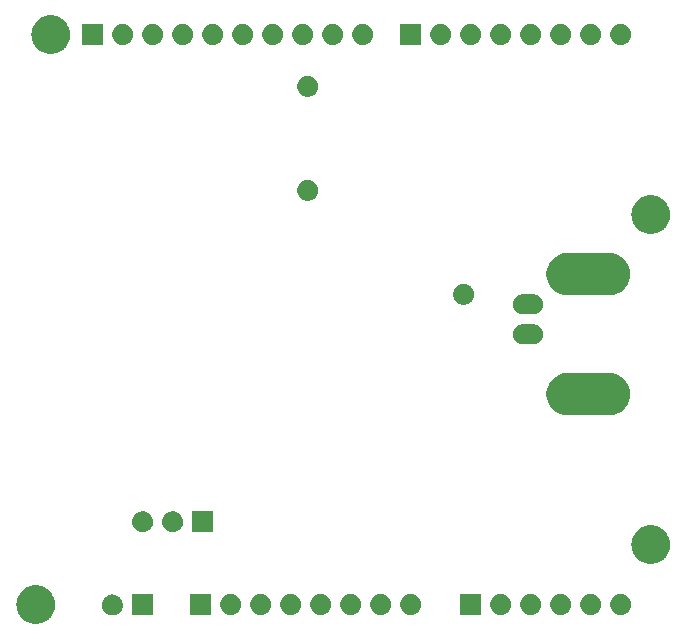
<source format=gbs>
G04 #@! TF.GenerationSoftware,KiCad,Pcbnew,8.0.6*
G04 #@! TF.CreationDate,2024-12-04T19:19:15+01:00*
G04 #@! TF.ProjectId,Shield_Frequency_meter_STM32,53686965-6c64-45f4-9672-657175656e63,rev?*
G04 #@! TF.SameCoordinates,Original*
G04 #@! TF.FileFunction,Soldermask,Bot*
G04 #@! TF.FilePolarity,Negative*
%FSLAX46Y46*%
G04 Gerber Fmt 4.6, Leading zero omitted, Abs format (unit mm)*
G04 Created by KiCad (PCBNEW 8.0.6) date 2024-12-04 19:19:15*
%MOMM*%
%LPD*%
G01*
G04 APERTURE LIST*
G04 APERTURE END LIST*
G36*
X114030331Y-95826748D02*
G01*
X114092395Y-95826748D01*
X114160211Y-95836969D01*
X114226240Y-95842166D01*
X114279461Y-95854943D01*
X114334454Y-95863232D01*
X114406320Y-95885399D01*
X114476170Y-95902169D01*
X114521328Y-95920874D01*
X114568365Y-95935383D01*
X114642212Y-95970946D01*
X114713636Y-96000531D01*
X114750301Y-96022999D01*
X114788917Y-96041596D01*
X114862367Y-96091673D01*
X114932792Y-96134830D01*
X114960991Y-96158914D01*
X114991170Y-96179490D01*
X115061636Y-96244873D01*
X115128241Y-96301759D01*
X115148466Y-96325440D01*
X115170614Y-96345990D01*
X115235370Y-96427191D01*
X115295170Y-96497208D01*
X115308320Y-96518667D01*
X115323240Y-96537376D01*
X115379499Y-96634821D01*
X115429469Y-96716364D01*
X115436810Y-96734087D01*
X115445636Y-96749374D01*
X115490658Y-96864087D01*
X115527831Y-96953830D01*
X115530904Y-96966631D01*
X115535066Y-96977235D01*
X115566230Y-97113774D01*
X115587834Y-97203760D01*
X115588394Y-97210881D01*
X115589539Y-97215896D01*
X115604466Y-97415105D01*
X115608000Y-97460000D01*
X115604466Y-97504898D01*
X115589539Y-97704103D01*
X115588394Y-97709117D01*
X115587834Y-97716240D01*
X115566225Y-97806244D01*
X115535066Y-97942764D01*
X115530904Y-97953365D01*
X115527831Y-97966170D01*
X115490650Y-98055930D01*
X115445636Y-98170625D01*
X115436811Y-98185909D01*
X115429469Y-98203636D01*
X115379489Y-98285194D01*
X115323240Y-98382623D01*
X115308323Y-98401328D01*
X115295170Y-98422792D01*
X115235358Y-98492822D01*
X115170614Y-98574009D01*
X115148470Y-98594554D01*
X115128241Y-98618241D01*
X115061622Y-98675138D01*
X114991170Y-98740509D01*
X114960997Y-98761080D01*
X114932792Y-98785170D01*
X114862353Y-98828334D01*
X114788917Y-98878403D01*
X114750308Y-98896995D01*
X114713636Y-98919469D01*
X114642197Y-98949059D01*
X114568365Y-98984616D01*
X114521338Y-98999121D01*
X114476170Y-99017831D01*
X114406306Y-99034603D01*
X114334454Y-99056767D01*
X114279469Y-99065054D01*
X114226240Y-99077834D01*
X114160208Y-99083030D01*
X114092395Y-99093252D01*
X114030331Y-99093252D01*
X113970000Y-99098000D01*
X113909669Y-99093252D01*
X113847605Y-99093252D01*
X113779791Y-99083030D01*
X113713760Y-99077834D01*
X113660531Y-99065054D01*
X113605545Y-99056767D01*
X113533689Y-99034602D01*
X113463830Y-99017831D01*
X113418664Y-98999122D01*
X113371634Y-98984616D01*
X113297799Y-98949058D01*
X113226364Y-98919469D01*
X113189689Y-98896994D01*
X113151088Y-98878405D01*
X113077662Y-98828344D01*
X113007208Y-98785170D01*
X112978998Y-98761076D01*
X112948825Y-98740505D01*
X112878367Y-98675129D01*
X112811759Y-98618241D01*
X112791532Y-98594559D01*
X112769385Y-98574009D01*
X112704626Y-98492804D01*
X112644830Y-98422792D01*
X112631680Y-98401333D01*
X112616759Y-98382623D01*
X112560493Y-98285166D01*
X112510531Y-98203636D01*
X112503190Y-98185915D01*
X112494363Y-98170625D01*
X112449330Y-98055884D01*
X112412169Y-97966170D01*
X112409096Y-97953372D01*
X112404933Y-97942764D01*
X112373753Y-97806159D01*
X112352166Y-97716240D01*
X112351605Y-97709123D01*
X112350460Y-97704103D01*
X112335512Y-97504632D01*
X112332000Y-97460000D01*
X112335512Y-97415371D01*
X112350460Y-97215896D01*
X112351606Y-97210874D01*
X112352166Y-97203760D01*
X112373749Y-97113859D01*
X112404933Y-96977235D01*
X112409097Y-96966624D01*
X112412169Y-96953830D01*
X112449322Y-96864133D01*
X112494363Y-96749374D01*
X112503192Y-96734080D01*
X112510531Y-96716364D01*
X112560483Y-96634849D01*
X112616759Y-96537376D01*
X112631682Y-96518662D01*
X112644830Y-96497208D01*
X112704614Y-96427209D01*
X112769385Y-96345990D01*
X112791537Y-96325435D01*
X112811759Y-96301759D01*
X112878353Y-96244881D01*
X112948825Y-96179494D01*
X112979004Y-96158918D01*
X113007208Y-96134830D01*
X113077648Y-96091664D01*
X113151088Y-96041594D01*
X113189696Y-96023000D01*
X113226364Y-96000531D01*
X113297785Y-95970947D01*
X113371634Y-95935383D01*
X113418674Y-95920873D01*
X113463830Y-95902169D01*
X113533674Y-95885400D01*
X113605545Y-95863232D01*
X113660540Y-95854942D01*
X113713760Y-95842166D01*
X113779787Y-95836969D01*
X113847605Y-95826748D01*
X113909669Y-95826748D01*
X113970000Y-95822000D01*
X114030331Y-95826748D01*
G37*
G36*
X123864542Y-96614893D02*
G01*
X123876870Y-96623130D01*
X123885107Y-96635458D01*
X123888000Y-96650000D01*
X123888000Y-98350000D01*
X123885107Y-98364542D01*
X123876870Y-98376870D01*
X123864542Y-98385107D01*
X123850000Y-98388000D01*
X122150000Y-98388000D01*
X122135458Y-98385107D01*
X122123130Y-98376870D01*
X122114893Y-98364542D01*
X122112000Y-98350000D01*
X122112000Y-96650000D01*
X122114893Y-96635458D01*
X122123130Y-96623130D01*
X122135458Y-96614893D01*
X122150000Y-96612000D01*
X123850000Y-96612000D01*
X123864542Y-96614893D01*
G37*
G36*
X120506450Y-96616865D02*
G01*
X120552821Y-96616865D01*
X120592863Y-96625376D01*
X120633179Y-96629347D01*
X120683831Y-96644711D01*
X120734407Y-96655462D01*
X120766767Y-96669869D01*
X120799715Y-96679864D01*
X120852067Y-96707847D01*
X120904000Y-96730969D01*
X120928149Y-96748514D01*
X120953184Y-96761896D01*
X121004253Y-96803807D01*
X121054188Y-96840087D01*
X121070399Y-96858091D01*
X121087705Y-96872294D01*
X121134211Y-96928962D01*
X121178407Y-96978047D01*
X121187691Y-96994129D01*
X121198103Y-97006815D01*
X121236625Y-97078885D01*
X121271228Y-97138818D01*
X121275207Y-97151065D01*
X121280135Y-97160284D01*
X121307291Y-97249810D01*
X121328595Y-97315374D01*
X121329345Y-97322512D01*
X121330652Y-97326820D01*
X121343373Y-97455985D01*
X121348000Y-97500000D01*
X121343373Y-97544018D01*
X121330652Y-97673179D01*
X121329345Y-97677486D01*
X121328595Y-97684626D01*
X121307287Y-97750203D01*
X121280135Y-97839715D01*
X121275208Y-97848932D01*
X121271228Y-97861182D01*
X121236618Y-97921127D01*
X121198103Y-97993184D01*
X121187693Y-98005867D01*
X121178407Y-98021953D01*
X121134202Y-98071047D01*
X121087705Y-98127705D01*
X121070402Y-98141904D01*
X121054188Y-98159913D01*
X121004242Y-98196200D01*
X120953184Y-98238103D01*
X120928154Y-98251481D01*
X120904000Y-98269031D01*
X120852056Y-98292157D01*
X120799715Y-98320135D01*
X120766774Y-98330127D01*
X120734407Y-98344538D01*
X120683820Y-98355290D01*
X120633179Y-98370652D01*
X120592871Y-98374621D01*
X120552821Y-98383135D01*
X120506440Y-98383135D01*
X120460000Y-98387709D01*
X120413560Y-98383135D01*
X120367179Y-98383135D01*
X120327128Y-98374622D01*
X120286820Y-98370652D01*
X120236176Y-98355289D01*
X120185593Y-98344538D01*
X120153227Y-98330128D01*
X120120284Y-98320135D01*
X120067937Y-98292154D01*
X120016000Y-98269031D01*
X119991848Y-98251483D01*
X119966815Y-98238103D01*
X119915748Y-98196193D01*
X119865812Y-98159913D01*
X119849599Y-98141907D01*
X119832294Y-98127705D01*
X119785786Y-98071034D01*
X119741593Y-98021953D01*
X119732308Y-98005871D01*
X119721896Y-97993184D01*
X119683367Y-97921104D01*
X119648772Y-97861182D01*
X119644793Y-97848936D01*
X119639864Y-97839715D01*
X119612697Y-97750157D01*
X119591405Y-97684626D01*
X119590655Y-97677491D01*
X119589347Y-97673179D01*
X119576610Y-97543866D01*
X119572000Y-97500000D01*
X119576610Y-97456136D01*
X119589347Y-97326820D01*
X119590655Y-97322507D01*
X119591405Y-97315374D01*
X119612692Y-97249856D01*
X119639864Y-97160284D01*
X119644794Y-97151060D01*
X119648772Y-97138818D01*
X119683360Y-97078908D01*
X119721896Y-97006815D01*
X119732310Y-96994124D01*
X119741593Y-96978047D01*
X119785776Y-96928975D01*
X119832294Y-96872294D01*
X119849603Y-96858088D01*
X119865812Y-96840087D01*
X119915737Y-96803813D01*
X119966815Y-96761896D01*
X119991853Y-96748512D01*
X120016000Y-96730969D01*
X120067926Y-96707849D01*
X120120284Y-96679864D01*
X120153234Y-96669868D01*
X120185593Y-96655462D01*
X120236165Y-96644712D01*
X120286820Y-96629347D01*
X120327137Y-96625376D01*
X120367179Y-96616865D01*
X120413550Y-96616865D01*
X120460000Y-96612290D01*
X120506450Y-96616865D01*
G37*
G36*
X128804542Y-96574893D02*
G01*
X128816870Y-96583130D01*
X128825107Y-96595458D01*
X128828000Y-96610000D01*
X128828000Y-98310000D01*
X128825107Y-98324542D01*
X128816870Y-98336870D01*
X128804542Y-98345107D01*
X128790000Y-98348000D01*
X127090000Y-98348000D01*
X127075458Y-98345107D01*
X127063130Y-98336870D01*
X127054893Y-98324542D01*
X127052000Y-98310000D01*
X127052000Y-96610000D01*
X127054893Y-96595458D01*
X127063130Y-96583130D01*
X127075458Y-96574893D01*
X127090000Y-96572000D01*
X128790000Y-96572000D01*
X128804542Y-96574893D01*
G37*
G36*
X151664542Y-96574893D02*
G01*
X151676870Y-96583130D01*
X151685107Y-96595458D01*
X151688000Y-96610000D01*
X151688000Y-98310000D01*
X151685107Y-98324542D01*
X151676870Y-98336870D01*
X151664542Y-98345107D01*
X151650000Y-98348000D01*
X149950000Y-98348000D01*
X149935458Y-98345107D01*
X149923130Y-98336870D01*
X149914893Y-98324542D01*
X149912000Y-98310000D01*
X149912000Y-96610000D01*
X149914893Y-96595458D01*
X149923130Y-96583130D01*
X149935458Y-96574893D01*
X149950000Y-96572000D01*
X151650000Y-96572000D01*
X151664542Y-96574893D01*
G37*
G36*
X130526450Y-96576865D02*
G01*
X130572821Y-96576865D01*
X130612863Y-96585376D01*
X130653179Y-96589347D01*
X130703831Y-96604711D01*
X130754407Y-96615462D01*
X130786767Y-96629869D01*
X130819715Y-96639864D01*
X130872067Y-96667847D01*
X130924000Y-96690969D01*
X130948149Y-96708514D01*
X130973184Y-96721896D01*
X131024253Y-96763807D01*
X131074188Y-96800087D01*
X131090399Y-96818091D01*
X131107705Y-96832294D01*
X131154211Y-96888962D01*
X131198407Y-96938047D01*
X131207691Y-96954129D01*
X131218103Y-96966815D01*
X131256625Y-97038885D01*
X131291228Y-97098818D01*
X131295207Y-97111065D01*
X131300135Y-97120284D01*
X131327291Y-97209810D01*
X131348595Y-97275374D01*
X131349345Y-97282512D01*
X131350652Y-97286820D01*
X131363373Y-97415985D01*
X131368000Y-97460000D01*
X131363373Y-97504018D01*
X131350652Y-97633179D01*
X131349345Y-97637486D01*
X131348595Y-97644626D01*
X131327287Y-97710203D01*
X131300135Y-97799715D01*
X131295208Y-97808932D01*
X131291228Y-97821182D01*
X131256618Y-97881127D01*
X131218103Y-97953184D01*
X131207693Y-97965867D01*
X131198407Y-97981953D01*
X131154202Y-98031047D01*
X131107705Y-98087705D01*
X131090402Y-98101904D01*
X131074188Y-98119913D01*
X131024242Y-98156200D01*
X130973184Y-98198103D01*
X130948154Y-98211481D01*
X130924000Y-98229031D01*
X130872056Y-98252157D01*
X130819715Y-98280135D01*
X130786774Y-98290127D01*
X130754407Y-98304538D01*
X130703820Y-98315290D01*
X130653179Y-98330652D01*
X130612871Y-98334621D01*
X130572821Y-98343135D01*
X130526440Y-98343135D01*
X130480000Y-98347709D01*
X130433560Y-98343135D01*
X130387179Y-98343135D01*
X130347128Y-98334622D01*
X130306820Y-98330652D01*
X130256176Y-98315289D01*
X130205593Y-98304538D01*
X130173227Y-98290128D01*
X130140284Y-98280135D01*
X130087937Y-98252154D01*
X130036000Y-98229031D01*
X130011848Y-98211483D01*
X129986815Y-98198103D01*
X129935748Y-98156193D01*
X129885812Y-98119913D01*
X129869599Y-98101907D01*
X129852294Y-98087705D01*
X129805786Y-98031034D01*
X129761593Y-97981953D01*
X129752308Y-97965871D01*
X129741896Y-97953184D01*
X129703367Y-97881104D01*
X129668772Y-97821182D01*
X129664793Y-97808936D01*
X129659864Y-97799715D01*
X129632697Y-97710157D01*
X129611405Y-97644626D01*
X129610655Y-97637491D01*
X129609347Y-97633179D01*
X129596610Y-97503866D01*
X129592000Y-97460000D01*
X129596610Y-97416136D01*
X129609347Y-97286820D01*
X129610655Y-97282507D01*
X129611405Y-97275374D01*
X129632692Y-97209856D01*
X129659864Y-97120284D01*
X129664794Y-97111060D01*
X129668772Y-97098818D01*
X129703360Y-97038908D01*
X129741896Y-96966815D01*
X129752310Y-96954124D01*
X129761593Y-96938047D01*
X129805776Y-96888975D01*
X129852294Y-96832294D01*
X129869603Y-96818088D01*
X129885812Y-96800087D01*
X129935737Y-96763813D01*
X129986815Y-96721896D01*
X130011853Y-96708512D01*
X130036000Y-96690969D01*
X130087926Y-96667849D01*
X130140284Y-96639864D01*
X130173234Y-96629868D01*
X130205593Y-96615462D01*
X130256165Y-96604712D01*
X130306820Y-96589347D01*
X130347137Y-96585376D01*
X130387179Y-96576865D01*
X130433550Y-96576865D01*
X130480000Y-96572290D01*
X130526450Y-96576865D01*
G37*
G36*
X133066450Y-96576865D02*
G01*
X133112821Y-96576865D01*
X133152863Y-96585376D01*
X133193179Y-96589347D01*
X133243831Y-96604711D01*
X133294407Y-96615462D01*
X133326767Y-96629869D01*
X133359715Y-96639864D01*
X133412067Y-96667847D01*
X133464000Y-96690969D01*
X133488149Y-96708514D01*
X133513184Y-96721896D01*
X133564253Y-96763807D01*
X133614188Y-96800087D01*
X133630399Y-96818091D01*
X133647705Y-96832294D01*
X133694211Y-96888962D01*
X133738407Y-96938047D01*
X133747691Y-96954129D01*
X133758103Y-96966815D01*
X133796625Y-97038885D01*
X133831228Y-97098818D01*
X133835207Y-97111065D01*
X133840135Y-97120284D01*
X133867291Y-97209810D01*
X133888595Y-97275374D01*
X133889345Y-97282512D01*
X133890652Y-97286820D01*
X133903373Y-97415985D01*
X133908000Y-97460000D01*
X133903373Y-97504018D01*
X133890652Y-97633179D01*
X133889345Y-97637486D01*
X133888595Y-97644626D01*
X133867287Y-97710203D01*
X133840135Y-97799715D01*
X133835208Y-97808932D01*
X133831228Y-97821182D01*
X133796618Y-97881127D01*
X133758103Y-97953184D01*
X133747693Y-97965867D01*
X133738407Y-97981953D01*
X133694202Y-98031047D01*
X133647705Y-98087705D01*
X133630402Y-98101904D01*
X133614188Y-98119913D01*
X133564242Y-98156200D01*
X133513184Y-98198103D01*
X133488154Y-98211481D01*
X133464000Y-98229031D01*
X133412056Y-98252157D01*
X133359715Y-98280135D01*
X133326774Y-98290127D01*
X133294407Y-98304538D01*
X133243820Y-98315290D01*
X133193179Y-98330652D01*
X133152871Y-98334621D01*
X133112821Y-98343135D01*
X133066440Y-98343135D01*
X133020000Y-98347709D01*
X132973560Y-98343135D01*
X132927179Y-98343135D01*
X132887128Y-98334622D01*
X132846820Y-98330652D01*
X132796176Y-98315289D01*
X132745593Y-98304538D01*
X132713227Y-98290128D01*
X132680284Y-98280135D01*
X132627937Y-98252154D01*
X132576000Y-98229031D01*
X132551848Y-98211483D01*
X132526815Y-98198103D01*
X132475748Y-98156193D01*
X132425812Y-98119913D01*
X132409599Y-98101907D01*
X132392294Y-98087705D01*
X132345786Y-98031034D01*
X132301593Y-97981953D01*
X132292308Y-97965871D01*
X132281896Y-97953184D01*
X132243367Y-97881104D01*
X132208772Y-97821182D01*
X132204793Y-97808936D01*
X132199864Y-97799715D01*
X132172697Y-97710157D01*
X132151405Y-97644626D01*
X132150655Y-97637491D01*
X132149347Y-97633179D01*
X132136610Y-97503866D01*
X132132000Y-97460000D01*
X132136610Y-97416136D01*
X132149347Y-97286820D01*
X132150655Y-97282507D01*
X132151405Y-97275374D01*
X132172692Y-97209856D01*
X132199864Y-97120284D01*
X132204794Y-97111060D01*
X132208772Y-97098818D01*
X132243360Y-97038908D01*
X132281896Y-96966815D01*
X132292310Y-96954124D01*
X132301593Y-96938047D01*
X132345776Y-96888975D01*
X132392294Y-96832294D01*
X132409603Y-96818088D01*
X132425812Y-96800087D01*
X132475737Y-96763813D01*
X132526815Y-96721896D01*
X132551853Y-96708512D01*
X132576000Y-96690969D01*
X132627926Y-96667849D01*
X132680284Y-96639864D01*
X132713234Y-96629868D01*
X132745593Y-96615462D01*
X132796165Y-96604712D01*
X132846820Y-96589347D01*
X132887137Y-96585376D01*
X132927179Y-96576865D01*
X132973550Y-96576865D01*
X133020000Y-96572290D01*
X133066450Y-96576865D01*
G37*
G36*
X135606450Y-96576865D02*
G01*
X135652821Y-96576865D01*
X135692863Y-96585376D01*
X135733179Y-96589347D01*
X135783831Y-96604711D01*
X135834407Y-96615462D01*
X135866767Y-96629869D01*
X135899715Y-96639864D01*
X135952067Y-96667847D01*
X136004000Y-96690969D01*
X136028149Y-96708514D01*
X136053184Y-96721896D01*
X136104253Y-96763807D01*
X136154188Y-96800087D01*
X136170399Y-96818091D01*
X136187705Y-96832294D01*
X136234211Y-96888962D01*
X136278407Y-96938047D01*
X136287691Y-96954129D01*
X136298103Y-96966815D01*
X136336625Y-97038885D01*
X136371228Y-97098818D01*
X136375207Y-97111065D01*
X136380135Y-97120284D01*
X136407291Y-97209810D01*
X136428595Y-97275374D01*
X136429345Y-97282512D01*
X136430652Y-97286820D01*
X136443373Y-97415985D01*
X136448000Y-97460000D01*
X136443373Y-97504018D01*
X136430652Y-97633179D01*
X136429345Y-97637486D01*
X136428595Y-97644626D01*
X136407287Y-97710203D01*
X136380135Y-97799715D01*
X136375208Y-97808932D01*
X136371228Y-97821182D01*
X136336618Y-97881127D01*
X136298103Y-97953184D01*
X136287693Y-97965867D01*
X136278407Y-97981953D01*
X136234202Y-98031047D01*
X136187705Y-98087705D01*
X136170402Y-98101904D01*
X136154188Y-98119913D01*
X136104242Y-98156200D01*
X136053184Y-98198103D01*
X136028154Y-98211481D01*
X136004000Y-98229031D01*
X135952056Y-98252157D01*
X135899715Y-98280135D01*
X135866774Y-98290127D01*
X135834407Y-98304538D01*
X135783820Y-98315290D01*
X135733179Y-98330652D01*
X135692871Y-98334621D01*
X135652821Y-98343135D01*
X135606440Y-98343135D01*
X135560000Y-98347709D01*
X135513560Y-98343135D01*
X135467179Y-98343135D01*
X135427128Y-98334622D01*
X135386820Y-98330652D01*
X135336176Y-98315289D01*
X135285593Y-98304538D01*
X135253227Y-98290128D01*
X135220284Y-98280135D01*
X135167937Y-98252154D01*
X135116000Y-98229031D01*
X135091848Y-98211483D01*
X135066815Y-98198103D01*
X135015748Y-98156193D01*
X134965812Y-98119913D01*
X134949599Y-98101907D01*
X134932294Y-98087705D01*
X134885786Y-98031034D01*
X134841593Y-97981953D01*
X134832308Y-97965871D01*
X134821896Y-97953184D01*
X134783367Y-97881104D01*
X134748772Y-97821182D01*
X134744793Y-97808936D01*
X134739864Y-97799715D01*
X134712697Y-97710157D01*
X134691405Y-97644626D01*
X134690655Y-97637491D01*
X134689347Y-97633179D01*
X134676610Y-97503866D01*
X134672000Y-97460000D01*
X134676610Y-97416136D01*
X134689347Y-97286820D01*
X134690655Y-97282507D01*
X134691405Y-97275374D01*
X134712692Y-97209856D01*
X134739864Y-97120284D01*
X134744794Y-97111060D01*
X134748772Y-97098818D01*
X134783360Y-97038908D01*
X134821896Y-96966815D01*
X134832310Y-96954124D01*
X134841593Y-96938047D01*
X134885776Y-96888975D01*
X134932294Y-96832294D01*
X134949603Y-96818088D01*
X134965812Y-96800087D01*
X135015737Y-96763813D01*
X135066815Y-96721896D01*
X135091853Y-96708512D01*
X135116000Y-96690969D01*
X135167926Y-96667849D01*
X135220284Y-96639864D01*
X135253234Y-96629868D01*
X135285593Y-96615462D01*
X135336165Y-96604712D01*
X135386820Y-96589347D01*
X135427137Y-96585376D01*
X135467179Y-96576865D01*
X135513550Y-96576865D01*
X135560000Y-96572290D01*
X135606450Y-96576865D01*
G37*
G36*
X138146450Y-96576865D02*
G01*
X138192821Y-96576865D01*
X138232863Y-96585376D01*
X138273179Y-96589347D01*
X138323831Y-96604711D01*
X138374407Y-96615462D01*
X138406767Y-96629869D01*
X138439715Y-96639864D01*
X138492067Y-96667847D01*
X138544000Y-96690969D01*
X138568149Y-96708514D01*
X138593184Y-96721896D01*
X138644253Y-96763807D01*
X138694188Y-96800087D01*
X138710399Y-96818091D01*
X138727705Y-96832294D01*
X138774211Y-96888962D01*
X138818407Y-96938047D01*
X138827691Y-96954129D01*
X138838103Y-96966815D01*
X138876625Y-97038885D01*
X138911228Y-97098818D01*
X138915207Y-97111065D01*
X138920135Y-97120284D01*
X138947291Y-97209810D01*
X138968595Y-97275374D01*
X138969345Y-97282512D01*
X138970652Y-97286820D01*
X138983373Y-97415985D01*
X138988000Y-97460000D01*
X138983373Y-97504018D01*
X138970652Y-97633179D01*
X138969345Y-97637486D01*
X138968595Y-97644626D01*
X138947287Y-97710203D01*
X138920135Y-97799715D01*
X138915208Y-97808932D01*
X138911228Y-97821182D01*
X138876618Y-97881127D01*
X138838103Y-97953184D01*
X138827693Y-97965867D01*
X138818407Y-97981953D01*
X138774202Y-98031047D01*
X138727705Y-98087705D01*
X138710402Y-98101904D01*
X138694188Y-98119913D01*
X138644242Y-98156200D01*
X138593184Y-98198103D01*
X138568154Y-98211481D01*
X138544000Y-98229031D01*
X138492056Y-98252157D01*
X138439715Y-98280135D01*
X138406774Y-98290127D01*
X138374407Y-98304538D01*
X138323820Y-98315290D01*
X138273179Y-98330652D01*
X138232871Y-98334621D01*
X138192821Y-98343135D01*
X138146440Y-98343135D01*
X138100000Y-98347709D01*
X138053560Y-98343135D01*
X138007179Y-98343135D01*
X137967128Y-98334622D01*
X137926820Y-98330652D01*
X137876176Y-98315289D01*
X137825593Y-98304538D01*
X137793227Y-98290128D01*
X137760284Y-98280135D01*
X137707937Y-98252154D01*
X137656000Y-98229031D01*
X137631848Y-98211483D01*
X137606815Y-98198103D01*
X137555748Y-98156193D01*
X137505812Y-98119913D01*
X137489599Y-98101907D01*
X137472294Y-98087705D01*
X137425786Y-98031034D01*
X137381593Y-97981953D01*
X137372308Y-97965871D01*
X137361896Y-97953184D01*
X137323367Y-97881104D01*
X137288772Y-97821182D01*
X137284793Y-97808936D01*
X137279864Y-97799715D01*
X137252697Y-97710157D01*
X137231405Y-97644626D01*
X137230655Y-97637491D01*
X137229347Y-97633179D01*
X137216610Y-97503866D01*
X137212000Y-97460000D01*
X137216610Y-97416136D01*
X137229347Y-97286820D01*
X137230655Y-97282507D01*
X137231405Y-97275374D01*
X137252692Y-97209856D01*
X137279864Y-97120284D01*
X137284794Y-97111060D01*
X137288772Y-97098818D01*
X137323360Y-97038908D01*
X137361896Y-96966815D01*
X137372310Y-96954124D01*
X137381593Y-96938047D01*
X137425776Y-96888975D01*
X137472294Y-96832294D01*
X137489603Y-96818088D01*
X137505812Y-96800087D01*
X137555737Y-96763813D01*
X137606815Y-96721896D01*
X137631853Y-96708512D01*
X137656000Y-96690969D01*
X137707926Y-96667849D01*
X137760284Y-96639864D01*
X137793234Y-96629868D01*
X137825593Y-96615462D01*
X137876165Y-96604712D01*
X137926820Y-96589347D01*
X137967137Y-96585376D01*
X138007179Y-96576865D01*
X138053550Y-96576865D01*
X138100000Y-96572290D01*
X138146450Y-96576865D01*
G37*
G36*
X140686450Y-96576865D02*
G01*
X140732821Y-96576865D01*
X140772863Y-96585376D01*
X140813179Y-96589347D01*
X140863831Y-96604711D01*
X140914407Y-96615462D01*
X140946767Y-96629869D01*
X140979715Y-96639864D01*
X141032067Y-96667847D01*
X141084000Y-96690969D01*
X141108149Y-96708514D01*
X141133184Y-96721896D01*
X141184253Y-96763807D01*
X141234188Y-96800087D01*
X141250399Y-96818091D01*
X141267705Y-96832294D01*
X141314211Y-96888962D01*
X141358407Y-96938047D01*
X141367691Y-96954129D01*
X141378103Y-96966815D01*
X141416625Y-97038885D01*
X141451228Y-97098818D01*
X141455207Y-97111065D01*
X141460135Y-97120284D01*
X141487291Y-97209810D01*
X141508595Y-97275374D01*
X141509345Y-97282512D01*
X141510652Y-97286820D01*
X141523373Y-97415985D01*
X141528000Y-97460000D01*
X141523373Y-97504018D01*
X141510652Y-97633179D01*
X141509345Y-97637486D01*
X141508595Y-97644626D01*
X141487287Y-97710203D01*
X141460135Y-97799715D01*
X141455208Y-97808932D01*
X141451228Y-97821182D01*
X141416618Y-97881127D01*
X141378103Y-97953184D01*
X141367693Y-97965867D01*
X141358407Y-97981953D01*
X141314202Y-98031047D01*
X141267705Y-98087705D01*
X141250402Y-98101904D01*
X141234188Y-98119913D01*
X141184242Y-98156200D01*
X141133184Y-98198103D01*
X141108154Y-98211481D01*
X141084000Y-98229031D01*
X141032056Y-98252157D01*
X140979715Y-98280135D01*
X140946774Y-98290127D01*
X140914407Y-98304538D01*
X140863820Y-98315290D01*
X140813179Y-98330652D01*
X140772871Y-98334621D01*
X140732821Y-98343135D01*
X140686440Y-98343135D01*
X140640000Y-98347709D01*
X140593560Y-98343135D01*
X140547179Y-98343135D01*
X140507128Y-98334622D01*
X140466820Y-98330652D01*
X140416176Y-98315289D01*
X140365593Y-98304538D01*
X140333227Y-98290128D01*
X140300284Y-98280135D01*
X140247937Y-98252154D01*
X140196000Y-98229031D01*
X140171848Y-98211483D01*
X140146815Y-98198103D01*
X140095748Y-98156193D01*
X140045812Y-98119913D01*
X140029599Y-98101907D01*
X140012294Y-98087705D01*
X139965786Y-98031034D01*
X139921593Y-97981953D01*
X139912308Y-97965871D01*
X139901896Y-97953184D01*
X139863367Y-97881104D01*
X139828772Y-97821182D01*
X139824793Y-97808936D01*
X139819864Y-97799715D01*
X139792697Y-97710157D01*
X139771405Y-97644626D01*
X139770655Y-97637491D01*
X139769347Y-97633179D01*
X139756610Y-97503866D01*
X139752000Y-97460000D01*
X139756610Y-97416136D01*
X139769347Y-97286820D01*
X139770655Y-97282507D01*
X139771405Y-97275374D01*
X139792692Y-97209856D01*
X139819864Y-97120284D01*
X139824794Y-97111060D01*
X139828772Y-97098818D01*
X139863360Y-97038908D01*
X139901896Y-96966815D01*
X139912310Y-96954124D01*
X139921593Y-96938047D01*
X139965776Y-96888975D01*
X140012294Y-96832294D01*
X140029603Y-96818088D01*
X140045812Y-96800087D01*
X140095737Y-96763813D01*
X140146815Y-96721896D01*
X140171853Y-96708512D01*
X140196000Y-96690969D01*
X140247926Y-96667849D01*
X140300284Y-96639864D01*
X140333234Y-96629868D01*
X140365593Y-96615462D01*
X140416165Y-96604712D01*
X140466820Y-96589347D01*
X140507137Y-96585376D01*
X140547179Y-96576865D01*
X140593550Y-96576865D01*
X140640000Y-96572290D01*
X140686450Y-96576865D01*
G37*
G36*
X143226450Y-96576865D02*
G01*
X143272821Y-96576865D01*
X143312863Y-96585376D01*
X143353179Y-96589347D01*
X143403831Y-96604711D01*
X143454407Y-96615462D01*
X143486767Y-96629869D01*
X143519715Y-96639864D01*
X143572067Y-96667847D01*
X143624000Y-96690969D01*
X143648149Y-96708514D01*
X143673184Y-96721896D01*
X143724253Y-96763807D01*
X143774188Y-96800087D01*
X143790399Y-96818091D01*
X143807705Y-96832294D01*
X143854211Y-96888962D01*
X143898407Y-96938047D01*
X143907691Y-96954129D01*
X143918103Y-96966815D01*
X143956625Y-97038885D01*
X143991228Y-97098818D01*
X143995207Y-97111065D01*
X144000135Y-97120284D01*
X144027291Y-97209810D01*
X144048595Y-97275374D01*
X144049345Y-97282512D01*
X144050652Y-97286820D01*
X144063373Y-97415985D01*
X144068000Y-97460000D01*
X144063373Y-97504018D01*
X144050652Y-97633179D01*
X144049345Y-97637486D01*
X144048595Y-97644626D01*
X144027287Y-97710203D01*
X144000135Y-97799715D01*
X143995208Y-97808932D01*
X143991228Y-97821182D01*
X143956618Y-97881127D01*
X143918103Y-97953184D01*
X143907693Y-97965867D01*
X143898407Y-97981953D01*
X143854202Y-98031047D01*
X143807705Y-98087705D01*
X143790402Y-98101904D01*
X143774188Y-98119913D01*
X143724242Y-98156200D01*
X143673184Y-98198103D01*
X143648154Y-98211481D01*
X143624000Y-98229031D01*
X143572056Y-98252157D01*
X143519715Y-98280135D01*
X143486774Y-98290127D01*
X143454407Y-98304538D01*
X143403820Y-98315290D01*
X143353179Y-98330652D01*
X143312871Y-98334621D01*
X143272821Y-98343135D01*
X143226440Y-98343135D01*
X143180000Y-98347709D01*
X143133560Y-98343135D01*
X143087179Y-98343135D01*
X143047128Y-98334622D01*
X143006820Y-98330652D01*
X142956176Y-98315289D01*
X142905593Y-98304538D01*
X142873227Y-98290128D01*
X142840284Y-98280135D01*
X142787937Y-98252154D01*
X142736000Y-98229031D01*
X142711848Y-98211483D01*
X142686815Y-98198103D01*
X142635748Y-98156193D01*
X142585812Y-98119913D01*
X142569599Y-98101907D01*
X142552294Y-98087705D01*
X142505786Y-98031034D01*
X142461593Y-97981953D01*
X142452308Y-97965871D01*
X142441896Y-97953184D01*
X142403367Y-97881104D01*
X142368772Y-97821182D01*
X142364793Y-97808936D01*
X142359864Y-97799715D01*
X142332697Y-97710157D01*
X142311405Y-97644626D01*
X142310655Y-97637491D01*
X142309347Y-97633179D01*
X142296610Y-97503866D01*
X142292000Y-97460000D01*
X142296610Y-97416136D01*
X142309347Y-97286820D01*
X142310655Y-97282507D01*
X142311405Y-97275374D01*
X142332692Y-97209856D01*
X142359864Y-97120284D01*
X142364794Y-97111060D01*
X142368772Y-97098818D01*
X142403360Y-97038908D01*
X142441896Y-96966815D01*
X142452310Y-96954124D01*
X142461593Y-96938047D01*
X142505776Y-96888975D01*
X142552294Y-96832294D01*
X142569603Y-96818088D01*
X142585812Y-96800087D01*
X142635737Y-96763813D01*
X142686815Y-96721896D01*
X142711853Y-96708512D01*
X142736000Y-96690969D01*
X142787926Y-96667849D01*
X142840284Y-96639864D01*
X142873234Y-96629868D01*
X142905593Y-96615462D01*
X142956165Y-96604712D01*
X143006820Y-96589347D01*
X143047137Y-96585376D01*
X143087179Y-96576865D01*
X143133550Y-96576865D01*
X143180000Y-96572290D01*
X143226450Y-96576865D01*
G37*
G36*
X145766450Y-96576865D02*
G01*
X145812821Y-96576865D01*
X145852863Y-96585376D01*
X145893179Y-96589347D01*
X145943831Y-96604711D01*
X145994407Y-96615462D01*
X146026767Y-96629869D01*
X146059715Y-96639864D01*
X146112067Y-96667847D01*
X146164000Y-96690969D01*
X146188149Y-96708514D01*
X146213184Y-96721896D01*
X146264253Y-96763807D01*
X146314188Y-96800087D01*
X146330399Y-96818091D01*
X146347705Y-96832294D01*
X146394211Y-96888962D01*
X146438407Y-96938047D01*
X146447691Y-96954129D01*
X146458103Y-96966815D01*
X146496625Y-97038885D01*
X146531228Y-97098818D01*
X146535207Y-97111065D01*
X146540135Y-97120284D01*
X146567291Y-97209810D01*
X146588595Y-97275374D01*
X146589345Y-97282512D01*
X146590652Y-97286820D01*
X146603373Y-97415985D01*
X146608000Y-97460000D01*
X146603373Y-97504018D01*
X146590652Y-97633179D01*
X146589345Y-97637486D01*
X146588595Y-97644626D01*
X146567287Y-97710203D01*
X146540135Y-97799715D01*
X146535208Y-97808932D01*
X146531228Y-97821182D01*
X146496618Y-97881127D01*
X146458103Y-97953184D01*
X146447693Y-97965867D01*
X146438407Y-97981953D01*
X146394202Y-98031047D01*
X146347705Y-98087705D01*
X146330402Y-98101904D01*
X146314188Y-98119913D01*
X146264242Y-98156200D01*
X146213184Y-98198103D01*
X146188154Y-98211481D01*
X146164000Y-98229031D01*
X146112056Y-98252157D01*
X146059715Y-98280135D01*
X146026774Y-98290127D01*
X145994407Y-98304538D01*
X145943820Y-98315290D01*
X145893179Y-98330652D01*
X145852871Y-98334621D01*
X145812821Y-98343135D01*
X145766440Y-98343135D01*
X145720000Y-98347709D01*
X145673560Y-98343135D01*
X145627179Y-98343135D01*
X145587128Y-98334622D01*
X145546820Y-98330652D01*
X145496176Y-98315289D01*
X145445593Y-98304538D01*
X145413227Y-98290128D01*
X145380284Y-98280135D01*
X145327937Y-98252154D01*
X145276000Y-98229031D01*
X145251848Y-98211483D01*
X145226815Y-98198103D01*
X145175748Y-98156193D01*
X145125812Y-98119913D01*
X145109599Y-98101907D01*
X145092294Y-98087705D01*
X145045786Y-98031034D01*
X145001593Y-97981953D01*
X144992308Y-97965871D01*
X144981896Y-97953184D01*
X144943367Y-97881104D01*
X144908772Y-97821182D01*
X144904793Y-97808936D01*
X144899864Y-97799715D01*
X144872697Y-97710157D01*
X144851405Y-97644626D01*
X144850655Y-97637491D01*
X144849347Y-97633179D01*
X144836610Y-97503866D01*
X144832000Y-97460000D01*
X144836610Y-97416136D01*
X144849347Y-97286820D01*
X144850655Y-97282507D01*
X144851405Y-97275374D01*
X144872692Y-97209856D01*
X144899864Y-97120284D01*
X144904794Y-97111060D01*
X144908772Y-97098818D01*
X144943360Y-97038908D01*
X144981896Y-96966815D01*
X144992310Y-96954124D01*
X145001593Y-96938047D01*
X145045776Y-96888975D01*
X145092294Y-96832294D01*
X145109603Y-96818088D01*
X145125812Y-96800087D01*
X145175737Y-96763813D01*
X145226815Y-96721896D01*
X145251853Y-96708512D01*
X145276000Y-96690969D01*
X145327926Y-96667849D01*
X145380284Y-96639864D01*
X145413234Y-96629868D01*
X145445593Y-96615462D01*
X145496165Y-96604712D01*
X145546820Y-96589347D01*
X145587137Y-96585376D01*
X145627179Y-96576865D01*
X145673550Y-96576865D01*
X145720000Y-96572290D01*
X145766450Y-96576865D01*
G37*
G36*
X153386450Y-96576865D02*
G01*
X153432821Y-96576865D01*
X153472863Y-96585376D01*
X153513179Y-96589347D01*
X153563831Y-96604711D01*
X153614407Y-96615462D01*
X153646767Y-96629869D01*
X153679715Y-96639864D01*
X153732067Y-96667847D01*
X153784000Y-96690969D01*
X153808149Y-96708514D01*
X153833184Y-96721896D01*
X153884253Y-96763807D01*
X153934188Y-96800087D01*
X153950399Y-96818091D01*
X153967705Y-96832294D01*
X154014211Y-96888962D01*
X154058407Y-96938047D01*
X154067691Y-96954129D01*
X154078103Y-96966815D01*
X154116625Y-97038885D01*
X154151228Y-97098818D01*
X154155207Y-97111065D01*
X154160135Y-97120284D01*
X154187291Y-97209810D01*
X154208595Y-97275374D01*
X154209345Y-97282512D01*
X154210652Y-97286820D01*
X154223373Y-97415985D01*
X154228000Y-97460000D01*
X154223373Y-97504018D01*
X154210652Y-97633179D01*
X154209345Y-97637486D01*
X154208595Y-97644626D01*
X154187287Y-97710203D01*
X154160135Y-97799715D01*
X154155208Y-97808932D01*
X154151228Y-97821182D01*
X154116618Y-97881127D01*
X154078103Y-97953184D01*
X154067693Y-97965867D01*
X154058407Y-97981953D01*
X154014202Y-98031047D01*
X153967705Y-98087705D01*
X153950402Y-98101904D01*
X153934188Y-98119913D01*
X153884242Y-98156200D01*
X153833184Y-98198103D01*
X153808154Y-98211481D01*
X153784000Y-98229031D01*
X153732056Y-98252157D01*
X153679715Y-98280135D01*
X153646774Y-98290127D01*
X153614407Y-98304538D01*
X153563820Y-98315290D01*
X153513179Y-98330652D01*
X153472871Y-98334621D01*
X153432821Y-98343135D01*
X153386440Y-98343135D01*
X153340000Y-98347709D01*
X153293560Y-98343135D01*
X153247179Y-98343135D01*
X153207128Y-98334622D01*
X153166820Y-98330652D01*
X153116176Y-98315289D01*
X153065593Y-98304538D01*
X153033227Y-98290128D01*
X153000284Y-98280135D01*
X152947937Y-98252154D01*
X152896000Y-98229031D01*
X152871848Y-98211483D01*
X152846815Y-98198103D01*
X152795748Y-98156193D01*
X152745812Y-98119913D01*
X152729599Y-98101907D01*
X152712294Y-98087705D01*
X152665786Y-98031034D01*
X152621593Y-97981953D01*
X152612308Y-97965871D01*
X152601896Y-97953184D01*
X152563367Y-97881104D01*
X152528772Y-97821182D01*
X152524793Y-97808936D01*
X152519864Y-97799715D01*
X152492697Y-97710157D01*
X152471405Y-97644626D01*
X152470655Y-97637491D01*
X152469347Y-97633179D01*
X152456610Y-97503866D01*
X152452000Y-97460000D01*
X152456610Y-97416136D01*
X152469347Y-97286820D01*
X152470655Y-97282507D01*
X152471405Y-97275374D01*
X152492692Y-97209856D01*
X152519864Y-97120284D01*
X152524794Y-97111060D01*
X152528772Y-97098818D01*
X152563360Y-97038908D01*
X152601896Y-96966815D01*
X152612310Y-96954124D01*
X152621593Y-96938047D01*
X152665776Y-96888975D01*
X152712294Y-96832294D01*
X152729603Y-96818088D01*
X152745812Y-96800087D01*
X152795737Y-96763813D01*
X152846815Y-96721896D01*
X152871853Y-96708512D01*
X152896000Y-96690969D01*
X152947926Y-96667849D01*
X153000284Y-96639864D01*
X153033234Y-96629868D01*
X153065593Y-96615462D01*
X153116165Y-96604712D01*
X153166820Y-96589347D01*
X153207137Y-96585376D01*
X153247179Y-96576865D01*
X153293550Y-96576865D01*
X153340000Y-96572290D01*
X153386450Y-96576865D01*
G37*
G36*
X155926450Y-96576865D02*
G01*
X155972821Y-96576865D01*
X156012863Y-96585376D01*
X156053179Y-96589347D01*
X156103831Y-96604711D01*
X156154407Y-96615462D01*
X156186767Y-96629869D01*
X156219715Y-96639864D01*
X156272067Y-96667847D01*
X156324000Y-96690969D01*
X156348149Y-96708514D01*
X156373184Y-96721896D01*
X156424253Y-96763807D01*
X156474188Y-96800087D01*
X156490399Y-96818091D01*
X156507705Y-96832294D01*
X156554211Y-96888962D01*
X156598407Y-96938047D01*
X156607691Y-96954129D01*
X156618103Y-96966815D01*
X156656625Y-97038885D01*
X156691228Y-97098818D01*
X156695207Y-97111065D01*
X156700135Y-97120284D01*
X156727291Y-97209810D01*
X156748595Y-97275374D01*
X156749345Y-97282512D01*
X156750652Y-97286820D01*
X156763373Y-97415985D01*
X156768000Y-97460000D01*
X156763373Y-97504018D01*
X156750652Y-97633179D01*
X156749345Y-97637486D01*
X156748595Y-97644626D01*
X156727287Y-97710203D01*
X156700135Y-97799715D01*
X156695208Y-97808932D01*
X156691228Y-97821182D01*
X156656618Y-97881127D01*
X156618103Y-97953184D01*
X156607693Y-97965867D01*
X156598407Y-97981953D01*
X156554202Y-98031047D01*
X156507705Y-98087705D01*
X156490402Y-98101904D01*
X156474188Y-98119913D01*
X156424242Y-98156200D01*
X156373184Y-98198103D01*
X156348154Y-98211481D01*
X156324000Y-98229031D01*
X156272056Y-98252157D01*
X156219715Y-98280135D01*
X156186774Y-98290127D01*
X156154407Y-98304538D01*
X156103820Y-98315290D01*
X156053179Y-98330652D01*
X156012871Y-98334621D01*
X155972821Y-98343135D01*
X155926440Y-98343135D01*
X155880000Y-98347709D01*
X155833560Y-98343135D01*
X155787179Y-98343135D01*
X155747128Y-98334622D01*
X155706820Y-98330652D01*
X155656176Y-98315289D01*
X155605593Y-98304538D01*
X155573227Y-98290128D01*
X155540284Y-98280135D01*
X155487937Y-98252154D01*
X155436000Y-98229031D01*
X155411848Y-98211483D01*
X155386815Y-98198103D01*
X155335748Y-98156193D01*
X155285812Y-98119913D01*
X155269599Y-98101907D01*
X155252294Y-98087705D01*
X155205786Y-98031034D01*
X155161593Y-97981953D01*
X155152308Y-97965871D01*
X155141896Y-97953184D01*
X155103367Y-97881104D01*
X155068772Y-97821182D01*
X155064793Y-97808936D01*
X155059864Y-97799715D01*
X155032697Y-97710157D01*
X155011405Y-97644626D01*
X155010655Y-97637491D01*
X155009347Y-97633179D01*
X154996610Y-97503866D01*
X154992000Y-97460000D01*
X154996610Y-97416136D01*
X155009347Y-97286820D01*
X155010655Y-97282507D01*
X155011405Y-97275374D01*
X155032692Y-97209856D01*
X155059864Y-97120284D01*
X155064794Y-97111060D01*
X155068772Y-97098818D01*
X155103360Y-97038908D01*
X155141896Y-96966815D01*
X155152310Y-96954124D01*
X155161593Y-96938047D01*
X155205776Y-96888975D01*
X155252294Y-96832294D01*
X155269603Y-96818088D01*
X155285812Y-96800087D01*
X155335737Y-96763813D01*
X155386815Y-96721896D01*
X155411853Y-96708512D01*
X155436000Y-96690969D01*
X155487926Y-96667849D01*
X155540284Y-96639864D01*
X155573234Y-96629868D01*
X155605593Y-96615462D01*
X155656165Y-96604712D01*
X155706820Y-96589347D01*
X155747137Y-96585376D01*
X155787179Y-96576865D01*
X155833550Y-96576865D01*
X155880000Y-96572290D01*
X155926450Y-96576865D01*
G37*
G36*
X158466450Y-96576865D02*
G01*
X158512821Y-96576865D01*
X158552863Y-96585376D01*
X158593179Y-96589347D01*
X158643831Y-96604711D01*
X158694407Y-96615462D01*
X158726767Y-96629869D01*
X158759715Y-96639864D01*
X158812067Y-96667847D01*
X158864000Y-96690969D01*
X158888149Y-96708514D01*
X158913184Y-96721896D01*
X158964253Y-96763807D01*
X159014188Y-96800087D01*
X159030399Y-96818091D01*
X159047705Y-96832294D01*
X159094211Y-96888962D01*
X159138407Y-96938047D01*
X159147691Y-96954129D01*
X159158103Y-96966815D01*
X159196625Y-97038885D01*
X159231228Y-97098818D01*
X159235207Y-97111065D01*
X159240135Y-97120284D01*
X159267291Y-97209810D01*
X159288595Y-97275374D01*
X159289345Y-97282512D01*
X159290652Y-97286820D01*
X159303373Y-97415985D01*
X159308000Y-97460000D01*
X159303373Y-97504018D01*
X159290652Y-97633179D01*
X159289345Y-97637486D01*
X159288595Y-97644626D01*
X159267287Y-97710203D01*
X159240135Y-97799715D01*
X159235208Y-97808932D01*
X159231228Y-97821182D01*
X159196618Y-97881127D01*
X159158103Y-97953184D01*
X159147693Y-97965867D01*
X159138407Y-97981953D01*
X159094202Y-98031047D01*
X159047705Y-98087705D01*
X159030402Y-98101904D01*
X159014188Y-98119913D01*
X158964242Y-98156200D01*
X158913184Y-98198103D01*
X158888154Y-98211481D01*
X158864000Y-98229031D01*
X158812056Y-98252157D01*
X158759715Y-98280135D01*
X158726774Y-98290127D01*
X158694407Y-98304538D01*
X158643820Y-98315290D01*
X158593179Y-98330652D01*
X158552871Y-98334621D01*
X158512821Y-98343135D01*
X158466440Y-98343135D01*
X158420000Y-98347709D01*
X158373560Y-98343135D01*
X158327179Y-98343135D01*
X158287128Y-98334622D01*
X158246820Y-98330652D01*
X158196176Y-98315289D01*
X158145593Y-98304538D01*
X158113227Y-98290128D01*
X158080284Y-98280135D01*
X158027937Y-98252154D01*
X157976000Y-98229031D01*
X157951848Y-98211483D01*
X157926815Y-98198103D01*
X157875748Y-98156193D01*
X157825812Y-98119913D01*
X157809599Y-98101907D01*
X157792294Y-98087705D01*
X157745786Y-98031034D01*
X157701593Y-97981953D01*
X157692308Y-97965871D01*
X157681896Y-97953184D01*
X157643367Y-97881104D01*
X157608772Y-97821182D01*
X157604793Y-97808936D01*
X157599864Y-97799715D01*
X157572697Y-97710157D01*
X157551405Y-97644626D01*
X157550655Y-97637491D01*
X157549347Y-97633179D01*
X157536610Y-97503866D01*
X157532000Y-97460000D01*
X157536610Y-97416136D01*
X157549347Y-97286820D01*
X157550655Y-97282507D01*
X157551405Y-97275374D01*
X157572692Y-97209856D01*
X157599864Y-97120284D01*
X157604794Y-97111060D01*
X157608772Y-97098818D01*
X157643360Y-97038908D01*
X157681896Y-96966815D01*
X157692310Y-96954124D01*
X157701593Y-96938047D01*
X157745776Y-96888975D01*
X157792294Y-96832294D01*
X157809603Y-96818088D01*
X157825812Y-96800087D01*
X157875737Y-96763813D01*
X157926815Y-96721896D01*
X157951853Y-96708512D01*
X157976000Y-96690969D01*
X158027926Y-96667849D01*
X158080284Y-96639864D01*
X158113234Y-96629868D01*
X158145593Y-96615462D01*
X158196165Y-96604712D01*
X158246820Y-96589347D01*
X158287137Y-96585376D01*
X158327179Y-96576865D01*
X158373550Y-96576865D01*
X158420000Y-96572290D01*
X158466450Y-96576865D01*
G37*
G36*
X161006450Y-96576865D02*
G01*
X161052821Y-96576865D01*
X161092863Y-96585376D01*
X161133179Y-96589347D01*
X161183831Y-96604711D01*
X161234407Y-96615462D01*
X161266767Y-96629869D01*
X161299715Y-96639864D01*
X161352067Y-96667847D01*
X161404000Y-96690969D01*
X161428149Y-96708514D01*
X161453184Y-96721896D01*
X161504253Y-96763807D01*
X161554188Y-96800087D01*
X161570399Y-96818091D01*
X161587705Y-96832294D01*
X161634211Y-96888962D01*
X161678407Y-96938047D01*
X161687691Y-96954129D01*
X161698103Y-96966815D01*
X161736625Y-97038885D01*
X161771228Y-97098818D01*
X161775207Y-97111065D01*
X161780135Y-97120284D01*
X161807291Y-97209810D01*
X161828595Y-97275374D01*
X161829345Y-97282512D01*
X161830652Y-97286820D01*
X161843373Y-97415985D01*
X161848000Y-97460000D01*
X161843373Y-97504018D01*
X161830652Y-97633179D01*
X161829345Y-97637486D01*
X161828595Y-97644626D01*
X161807287Y-97710203D01*
X161780135Y-97799715D01*
X161775208Y-97808932D01*
X161771228Y-97821182D01*
X161736618Y-97881127D01*
X161698103Y-97953184D01*
X161687693Y-97965867D01*
X161678407Y-97981953D01*
X161634202Y-98031047D01*
X161587705Y-98087705D01*
X161570402Y-98101904D01*
X161554188Y-98119913D01*
X161504242Y-98156200D01*
X161453184Y-98198103D01*
X161428154Y-98211481D01*
X161404000Y-98229031D01*
X161352056Y-98252157D01*
X161299715Y-98280135D01*
X161266774Y-98290127D01*
X161234407Y-98304538D01*
X161183820Y-98315290D01*
X161133179Y-98330652D01*
X161092871Y-98334621D01*
X161052821Y-98343135D01*
X161006440Y-98343135D01*
X160960000Y-98347709D01*
X160913560Y-98343135D01*
X160867179Y-98343135D01*
X160827128Y-98334622D01*
X160786820Y-98330652D01*
X160736176Y-98315289D01*
X160685593Y-98304538D01*
X160653227Y-98290128D01*
X160620284Y-98280135D01*
X160567937Y-98252154D01*
X160516000Y-98229031D01*
X160491848Y-98211483D01*
X160466815Y-98198103D01*
X160415748Y-98156193D01*
X160365812Y-98119913D01*
X160349599Y-98101907D01*
X160332294Y-98087705D01*
X160285786Y-98031034D01*
X160241593Y-97981953D01*
X160232308Y-97965871D01*
X160221896Y-97953184D01*
X160183367Y-97881104D01*
X160148772Y-97821182D01*
X160144793Y-97808936D01*
X160139864Y-97799715D01*
X160112697Y-97710157D01*
X160091405Y-97644626D01*
X160090655Y-97637491D01*
X160089347Y-97633179D01*
X160076610Y-97503866D01*
X160072000Y-97460000D01*
X160076610Y-97416136D01*
X160089347Y-97286820D01*
X160090655Y-97282507D01*
X160091405Y-97275374D01*
X160112692Y-97209856D01*
X160139864Y-97120284D01*
X160144794Y-97111060D01*
X160148772Y-97098818D01*
X160183360Y-97038908D01*
X160221896Y-96966815D01*
X160232310Y-96954124D01*
X160241593Y-96938047D01*
X160285776Y-96888975D01*
X160332294Y-96832294D01*
X160349603Y-96818088D01*
X160365812Y-96800087D01*
X160415737Y-96763813D01*
X160466815Y-96721896D01*
X160491853Y-96708512D01*
X160516000Y-96690969D01*
X160567926Y-96667849D01*
X160620284Y-96639864D01*
X160653234Y-96629868D01*
X160685593Y-96615462D01*
X160736165Y-96604712D01*
X160786820Y-96589347D01*
X160827137Y-96585376D01*
X160867179Y-96576865D01*
X160913550Y-96576865D01*
X160960000Y-96572290D01*
X161006450Y-96576865D01*
G37*
G36*
X163546450Y-96576865D02*
G01*
X163592821Y-96576865D01*
X163632863Y-96585376D01*
X163673179Y-96589347D01*
X163723831Y-96604711D01*
X163774407Y-96615462D01*
X163806767Y-96629869D01*
X163839715Y-96639864D01*
X163892067Y-96667847D01*
X163944000Y-96690969D01*
X163968149Y-96708514D01*
X163993184Y-96721896D01*
X164044253Y-96763807D01*
X164094188Y-96800087D01*
X164110399Y-96818091D01*
X164127705Y-96832294D01*
X164174211Y-96888962D01*
X164218407Y-96938047D01*
X164227691Y-96954129D01*
X164238103Y-96966815D01*
X164276625Y-97038885D01*
X164311228Y-97098818D01*
X164315207Y-97111065D01*
X164320135Y-97120284D01*
X164347291Y-97209810D01*
X164368595Y-97275374D01*
X164369345Y-97282512D01*
X164370652Y-97286820D01*
X164383373Y-97415985D01*
X164388000Y-97460000D01*
X164383373Y-97504018D01*
X164370652Y-97633179D01*
X164369345Y-97637486D01*
X164368595Y-97644626D01*
X164347287Y-97710203D01*
X164320135Y-97799715D01*
X164315208Y-97808932D01*
X164311228Y-97821182D01*
X164276618Y-97881127D01*
X164238103Y-97953184D01*
X164227693Y-97965867D01*
X164218407Y-97981953D01*
X164174202Y-98031047D01*
X164127705Y-98087705D01*
X164110402Y-98101904D01*
X164094188Y-98119913D01*
X164044242Y-98156200D01*
X163993184Y-98198103D01*
X163968154Y-98211481D01*
X163944000Y-98229031D01*
X163892056Y-98252157D01*
X163839715Y-98280135D01*
X163806774Y-98290127D01*
X163774407Y-98304538D01*
X163723820Y-98315290D01*
X163673179Y-98330652D01*
X163632871Y-98334621D01*
X163592821Y-98343135D01*
X163546440Y-98343135D01*
X163500000Y-98347709D01*
X163453560Y-98343135D01*
X163407179Y-98343135D01*
X163367128Y-98334622D01*
X163326820Y-98330652D01*
X163276176Y-98315289D01*
X163225593Y-98304538D01*
X163193227Y-98290128D01*
X163160284Y-98280135D01*
X163107937Y-98252154D01*
X163056000Y-98229031D01*
X163031848Y-98211483D01*
X163006815Y-98198103D01*
X162955748Y-98156193D01*
X162905812Y-98119913D01*
X162889599Y-98101907D01*
X162872294Y-98087705D01*
X162825786Y-98031034D01*
X162781593Y-97981953D01*
X162772308Y-97965871D01*
X162761896Y-97953184D01*
X162723367Y-97881104D01*
X162688772Y-97821182D01*
X162684793Y-97808936D01*
X162679864Y-97799715D01*
X162652697Y-97710157D01*
X162631405Y-97644626D01*
X162630655Y-97637491D01*
X162629347Y-97633179D01*
X162616610Y-97503866D01*
X162612000Y-97460000D01*
X162616610Y-97416136D01*
X162629347Y-97286820D01*
X162630655Y-97282507D01*
X162631405Y-97275374D01*
X162652692Y-97209856D01*
X162679864Y-97120284D01*
X162684794Y-97111060D01*
X162688772Y-97098818D01*
X162723360Y-97038908D01*
X162761896Y-96966815D01*
X162772310Y-96954124D01*
X162781593Y-96938047D01*
X162825776Y-96888975D01*
X162872294Y-96832294D01*
X162889603Y-96818088D01*
X162905812Y-96800087D01*
X162955737Y-96763813D01*
X163006815Y-96721896D01*
X163031853Y-96708512D01*
X163056000Y-96690969D01*
X163107926Y-96667849D01*
X163160284Y-96639864D01*
X163193234Y-96629868D01*
X163225593Y-96615462D01*
X163276165Y-96604712D01*
X163326820Y-96589347D01*
X163367137Y-96585376D01*
X163407179Y-96576865D01*
X163453550Y-96576865D01*
X163500000Y-96572290D01*
X163546450Y-96576865D01*
G37*
G36*
X166100331Y-90746748D02*
G01*
X166162395Y-90746748D01*
X166230211Y-90756969D01*
X166296240Y-90762166D01*
X166349461Y-90774943D01*
X166404454Y-90783232D01*
X166476320Y-90805399D01*
X166546170Y-90822169D01*
X166591328Y-90840874D01*
X166638365Y-90855383D01*
X166712212Y-90890946D01*
X166783636Y-90920531D01*
X166820301Y-90942999D01*
X166858917Y-90961596D01*
X166932367Y-91011673D01*
X167002792Y-91054830D01*
X167030991Y-91078914D01*
X167061170Y-91099490D01*
X167131636Y-91164873D01*
X167198241Y-91221759D01*
X167218466Y-91245440D01*
X167240614Y-91265990D01*
X167305370Y-91347191D01*
X167365170Y-91417208D01*
X167378320Y-91438667D01*
X167393240Y-91457376D01*
X167449499Y-91554821D01*
X167499469Y-91636364D01*
X167506810Y-91654087D01*
X167515636Y-91669374D01*
X167560658Y-91784087D01*
X167597831Y-91873830D01*
X167600904Y-91886631D01*
X167605066Y-91897235D01*
X167636230Y-92033774D01*
X167657834Y-92123760D01*
X167658394Y-92130881D01*
X167659539Y-92135896D01*
X167674466Y-92335105D01*
X167678000Y-92380000D01*
X167674466Y-92424898D01*
X167659539Y-92624103D01*
X167658394Y-92629117D01*
X167657834Y-92636240D01*
X167636225Y-92726244D01*
X167605066Y-92862764D01*
X167600904Y-92873365D01*
X167597831Y-92886170D01*
X167560650Y-92975930D01*
X167515636Y-93090625D01*
X167506811Y-93105909D01*
X167499469Y-93123636D01*
X167449489Y-93205194D01*
X167393240Y-93302623D01*
X167378323Y-93321328D01*
X167365170Y-93342792D01*
X167305358Y-93412822D01*
X167240614Y-93494009D01*
X167218470Y-93514554D01*
X167198241Y-93538241D01*
X167131622Y-93595138D01*
X167061170Y-93660509D01*
X167030997Y-93681080D01*
X167002792Y-93705170D01*
X166932353Y-93748334D01*
X166858917Y-93798403D01*
X166820308Y-93816995D01*
X166783636Y-93839469D01*
X166712197Y-93869059D01*
X166638365Y-93904616D01*
X166591338Y-93919121D01*
X166546170Y-93937831D01*
X166476306Y-93954603D01*
X166404454Y-93976767D01*
X166349469Y-93985054D01*
X166296240Y-93997834D01*
X166230208Y-94003030D01*
X166162395Y-94013252D01*
X166100331Y-94013252D01*
X166040000Y-94018000D01*
X165979669Y-94013252D01*
X165917605Y-94013252D01*
X165849791Y-94003030D01*
X165783760Y-93997834D01*
X165730531Y-93985054D01*
X165675545Y-93976767D01*
X165603689Y-93954602D01*
X165533830Y-93937831D01*
X165488664Y-93919122D01*
X165441634Y-93904616D01*
X165367799Y-93869058D01*
X165296364Y-93839469D01*
X165259689Y-93816994D01*
X165221088Y-93798405D01*
X165147662Y-93748344D01*
X165077208Y-93705170D01*
X165048998Y-93681076D01*
X165018825Y-93660505D01*
X164948367Y-93595129D01*
X164881759Y-93538241D01*
X164861532Y-93514559D01*
X164839385Y-93494009D01*
X164774626Y-93412804D01*
X164714830Y-93342792D01*
X164701680Y-93321333D01*
X164686759Y-93302623D01*
X164630493Y-93205166D01*
X164580531Y-93123636D01*
X164573190Y-93105915D01*
X164564363Y-93090625D01*
X164519330Y-92975884D01*
X164482169Y-92886170D01*
X164479096Y-92873372D01*
X164474933Y-92862764D01*
X164443753Y-92726159D01*
X164422166Y-92636240D01*
X164421605Y-92629123D01*
X164420460Y-92624103D01*
X164405512Y-92424632D01*
X164402000Y-92380000D01*
X164405512Y-92335371D01*
X164420460Y-92135896D01*
X164421606Y-92130874D01*
X164422166Y-92123760D01*
X164443749Y-92033859D01*
X164474933Y-91897235D01*
X164479097Y-91886624D01*
X164482169Y-91873830D01*
X164519322Y-91784133D01*
X164564363Y-91669374D01*
X164573192Y-91654080D01*
X164580531Y-91636364D01*
X164630483Y-91554849D01*
X164686759Y-91457376D01*
X164701682Y-91438662D01*
X164714830Y-91417208D01*
X164774614Y-91347209D01*
X164839385Y-91265990D01*
X164861537Y-91245435D01*
X164881759Y-91221759D01*
X164948353Y-91164881D01*
X165018825Y-91099494D01*
X165049004Y-91078918D01*
X165077208Y-91054830D01*
X165147648Y-91011664D01*
X165221088Y-90961594D01*
X165259696Y-90943000D01*
X165296364Y-90920531D01*
X165367785Y-90890947D01*
X165441634Y-90855383D01*
X165488674Y-90840873D01*
X165533830Y-90822169D01*
X165603674Y-90805400D01*
X165675545Y-90783232D01*
X165730540Y-90774942D01*
X165783760Y-90762166D01*
X165849787Y-90756969D01*
X165917605Y-90746748D01*
X165979669Y-90746748D01*
X166040000Y-90742000D01*
X166100331Y-90746748D01*
G37*
G36*
X128964542Y-89564893D02*
G01*
X128976870Y-89573130D01*
X128985107Y-89585458D01*
X128988000Y-89600000D01*
X128988000Y-91300000D01*
X128985107Y-91314542D01*
X128976870Y-91326870D01*
X128964542Y-91335107D01*
X128950000Y-91338000D01*
X127250000Y-91338000D01*
X127235458Y-91335107D01*
X127223130Y-91326870D01*
X127214893Y-91314542D01*
X127212000Y-91300000D01*
X127212000Y-89600000D01*
X127214893Y-89585458D01*
X127223130Y-89573130D01*
X127235458Y-89564893D01*
X127250000Y-89562000D01*
X128950000Y-89562000D01*
X128964542Y-89564893D01*
G37*
G36*
X123066450Y-89566865D02*
G01*
X123112821Y-89566865D01*
X123152863Y-89575376D01*
X123193179Y-89579347D01*
X123243831Y-89594711D01*
X123294407Y-89605462D01*
X123326767Y-89619869D01*
X123359715Y-89629864D01*
X123412067Y-89657847D01*
X123464000Y-89680969D01*
X123488149Y-89698514D01*
X123513184Y-89711896D01*
X123564253Y-89753807D01*
X123614188Y-89790087D01*
X123630399Y-89808091D01*
X123647705Y-89822294D01*
X123694211Y-89878962D01*
X123738407Y-89928047D01*
X123747691Y-89944129D01*
X123758103Y-89956815D01*
X123796625Y-90028885D01*
X123831228Y-90088818D01*
X123835207Y-90101065D01*
X123840135Y-90110284D01*
X123867291Y-90199810D01*
X123888595Y-90265374D01*
X123889345Y-90272512D01*
X123890652Y-90276820D01*
X123903373Y-90405985D01*
X123908000Y-90450000D01*
X123903373Y-90494018D01*
X123890652Y-90623179D01*
X123889345Y-90627486D01*
X123888595Y-90634626D01*
X123867287Y-90700203D01*
X123840135Y-90789715D01*
X123835208Y-90798932D01*
X123831228Y-90811182D01*
X123796618Y-90871127D01*
X123758103Y-90943184D01*
X123747693Y-90955867D01*
X123738407Y-90971953D01*
X123694202Y-91021047D01*
X123647705Y-91077705D01*
X123630402Y-91091904D01*
X123614188Y-91109913D01*
X123564242Y-91146200D01*
X123513184Y-91188103D01*
X123488154Y-91201481D01*
X123464000Y-91219031D01*
X123412056Y-91242157D01*
X123359715Y-91270135D01*
X123326774Y-91280127D01*
X123294407Y-91294538D01*
X123243820Y-91305290D01*
X123193179Y-91320652D01*
X123152871Y-91324621D01*
X123112821Y-91333135D01*
X123066440Y-91333135D01*
X123020000Y-91337709D01*
X122973560Y-91333135D01*
X122927179Y-91333135D01*
X122887128Y-91324622D01*
X122846820Y-91320652D01*
X122796176Y-91305289D01*
X122745593Y-91294538D01*
X122713227Y-91280128D01*
X122680284Y-91270135D01*
X122627937Y-91242154D01*
X122576000Y-91219031D01*
X122551848Y-91201483D01*
X122526815Y-91188103D01*
X122475748Y-91146193D01*
X122425812Y-91109913D01*
X122409599Y-91091907D01*
X122392294Y-91077705D01*
X122345786Y-91021034D01*
X122301593Y-90971953D01*
X122292308Y-90955871D01*
X122281896Y-90943184D01*
X122243367Y-90871104D01*
X122208772Y-90811182D01*
X122204793Y-90798936D01*
X122199864Y-90789715D01*
X122172697Y-90700157D01*
X122151405Y-90634626D01*
X122150655Y-90627491D01*
X122149347Y-90623179D01*
X122136610Y-90493866D01*
X122132000Y-90450000D01*
X122136610Y-90406136D01*
X122149347Y-90276820D01*
X122150655Y-90272507D01*
X122151405Y-90265374D01*
X122172692Y-90199856D01*
X122199864Y-90110284D01*
X122204794Y-90101060D01*
X122208772Y-90088818D01*
X122243360Y-90028908D01*
X122281896Y-89956815D01*
X122292310Y-89944124D01*
X122301593Y-89928047D01*
X122345776Y-89878975D01*
X122392294Y-89822294D01*
X122409603Y-89808088D01*
X122425812Y-89790087D01*
X122475737Y-89753813D01*
X122526815Y-89711896D01*
X122551853Y-89698512D01*
X122576000Y-89680969D01*
X122627926Y-89657849D01*
X122680284Y-89629864D01*
X122713234Y-89619868D01*
X122745593Y-89605462D01*
X122796165Y-89594712D01*
X122846820Y-89579347D01*
X122887137Y-89575376D01*
X122927179Y-89566865D01*
X122973550Y-89566865D01*
X123020000Y-89562290D01*
X123066450Y-89566865D01*
G37*
G36*
X125606450Y-89566865D02*
G01*
X125652821Y-89566865D01*
X125692863Y-89575376D01*
X125733179Y-89579347D01*
X125783831Y-89594711D01*
X125834407Y-89605462D01*
X125866767Y-89619869D01*
X125899715Y-89629864D01*
X125952067Y-89657847D01*
X126004000Y-89680969D01*
X126028149Y-89698514D01*
X126053184Y-89711896D01*
X126104253Y-89753807D01*
X126154188Y-89790087D01*
X126170399Y-89808091D01*
X126187705Y-89822294D01*
X126234211Y-89878962D01*
X126278407Y-89928047D01*
X126287691Y-89944129D01*
X126298103Y-89956815D01*
X126336625Y-90028885D01*
X126371228Y-90088818D01*
X126375207Y-90101065D01*
X126380135Y-90110284D01*
X126407291Y-90199810D01*
X126428595Y-90265374D01*
X126429345Y-90272512D01*
X126430652Y-90276820D01*
X126443373Y-90405985D01*
X126448000Y-90450000D01*
X126443373Y-90494018D01*
X126430652Y-90623179D01*
X126429345Y-90627486D01*
X126428595Y-90634626D01*
X126407287Y-90700203D01*
X126380135Y-90789715D01*
X126375208Y-90798932D01*
X126371228Y-90811182D01*
X126336618Y-90871127D01*
X126298103Y-90943184D01*
X126287693Y-90955867D01*
X126278407Y-90971953D01*
X126234202Y-91021047D01*
X126187705Y-91077705D01*
X126170402Y-91091904D01*
X126154188Y-91109913D01*
X126104242Y-91146200D01*
X126053184Y-91188103D01*
X126028154Y-91201481D01*
X126004000Y-91219031D01*
X125952056Y-91242157D01*
X125899715Y-91270135D01*
X125866774Y-91280127D01*
X125834407Y-91294538D01*
X125783820Y-91305290D01*
X125733179Y-91320652D01*
X125692871Y-91324621D01*
X125652821Y-91333135D01*
X125606440Y-91333135D01*
X125560000Y-91337709D01*
X125513560Y-91333135D01*
X125467179Y-91333135D01*
X125427128Y-91324622D01*
X125386820Y-91320652D01*
X125336176Y-91305289D01*
X125285593Y-91294538D01*
X125253227Y-91280128D01*
X125220284Y-91270135D01*
X125167937Y-91242154D01*
X125116000Y-91219031D01*
X125091848Y-91201483D01*
X125066815Y-91188103D01*
X125015748Y-91146193D01*
X124965812Y-91109913D01*
X124949599Y-91091907D01*
X124932294Y-91077705D01*
X124885786Y-91021034D01*
X124841593Y-90971953D01*
X124832308Y-90955871D01*
X124821896Y-90943184D01*
X124783367Y-90871104D01*
X124748772Y-90811182D01*
X124744793Y-90798936D01*
X124739864Y-90789715D01*
X124712697Y-90700157D01*
X124691405Y-90634626D01*
X124690655Y-90627491D01*
X124689347Y-90623179D01*
X124676610Y-90493866D01*
X124672000Y-90450000D01*
X124676610Y-90406136D01*
X124689347Y-90276820D01*
X124690655Y-90272507D01*
X124691405Y-90265374D01*
X124712692Y-90199856D01*
X124739864Y-90110284D01*
X124744794Y-90101060D01*
X124748772Y-90088818D01*
X124783360Y-90028908D01*
X124821896Y-89956815D01*
X124832310Y-89944124D01*
X124841593Y-89928047D01*
X124885776Y-89878975D01*
X124932294Y-89822294D01*
X124949603Y-89808088D01*
X124965812Y-89790087D01*
X125015737Y-89753813D01*
X125066815Y-89711896D01*
X125091853Y-89698512D01*
X125116000Y-89680969D01*
X125167926Y-89657849D01*
X125220284Y-89629864D01*
X125253234Y-89619868D01*
X125285593Y-89605462D01*
X125336165Y-89594712D01*
X125386820Y-89579347D01*
X125427137Y-89575376D01*
X125467179Y-89566865D01*
X125513550Y-89566865D01*
X125560000Y-89562290D01*
X125606450Y-89566865D01*
G37*
G36*
X162616941Y-77875828D02*
G01*
X162848821Y-77906356D01*
X163074734Y-77966889D01*
X163290812Y-78056392D01*
X163493360Y-78173332D01*
X163678910Y-78315710D01*
X163844290Y-78481090D01*
X163986668Y-78666640D01*
X164103608Y-78869188D01*
X164193111Y-79085266D01*
X164253644Y-79311179D01*
X164284172Y-79543059D01*
X164284172Y-79776941D01*
X164253644Y-80008821D01*
X164193111Y-80234734D01*
X164103608Y-80450812D01*
X163986668Y-80653360D01*
X163844290Y-80838910D01*
X163678910Y-81004290D01*
X163493360Y-81146668D01*
X163290812Y-81263608D01*
X163074734Y-81353111D01*
X162848821Y-81413644D01*
X162616941Y-81444172D01*
X162500000Y-81448000D01*
X162499014Y-81448000D01*
X159000986Y-81448000D01*
X159000000Y-81448000D01*
X158883059Y-81444172D01*
X158651179Y-81413644D01*
X158425266Y-81353111D01*
X158209188Y-81263608D01*
X158006640Y-81146668D01*
X157821090Y-81004290D01*
X157655710Y-80838910D01*
X157513332Y-80653360D01*
X157396392Y-80450812D01*
X157306889Y-80234734D01*
X157246356Y-80008821D01*
X157215828Y-79776941D01*
X157215828Y-79543059D01*
X157246356Y-79311179D01*
X157306889Y-79085266D01*
X157396392Y-78869188D01*
X157513332Y-78666640D01*
X157655710Y-78481090D01*
X157821090Y-78315710D01*
X158006640Y-78173332D01*
X158209188Y-78056392D01*
X158425266Y-77966889D01*
X158651179Y-77906356D01*
X158883059Y-77875828D01*
X159000000Y-77872000D01*
X162500000Y-77872000D01*
X162616941Y-77875828D01*
G37*
G36*
X156202138Y-73746035D02*
G01*
X156363259Y-73778084D01*
X156515030Y-73840950D01*
X156651622Y-73932217D01*
X156767783Y-74048378D01*
X156859050Y-74184970D01*
X156921916Y-74336741D01*
X156953965Y-74497862D01*
X156953965Y-74662138D01*
X156921916Y-74823259D01*
X156859050Y-74975030D01*
X156767783Y-75111622D01*
X156651622Y-75227783D01*
X156515030Y-75319050D01*
X156363259Y-75381916D01*
X156202138Y-75413965D01*
X156120000Y-75418000D01*
X156118522Y-75418000D01*
X155221478Y-75418000D01*
X155220000Y-75418000D01*
X155137862Y-75413965D01*
X154976741Y-75381916D01*
X154824970Y-75319050D01*
X154688378Y-75227783D01*
X154572217Y-75111622D01*
X154480950Y-74975030D01*
X154418084Y-74823259D01*
X154386035Y-74662138D01*
X154386035Y-74497862D01*
X154418084Y-74336741D01*
X154480950Y-74184970D01*
X154572217Y-74048378D01*
X154688378Y-73932217D01*
X154824970Y-73840950D01*
X154976741Y-73778084D01*
X155137862Y-73746035D01*
X155220000Y-73742000D01*
X156120000Y-73742000D01*
X156202138Y-73746035D01*
G37*
G36*
X156202138Y-71206035D02*
G01*
X156363259Y-71238084D01*
X156515030Y-71300950D01*
X156651622Y-71392217D01*
X156767783Y-71508378D01*
X156859050Y-71644970D01*
X156921916Y-71796741D01*
X156953965Y-71957862D01*
X156953965Y-72122138D01*
X156921916Y-72283259D01*
X156859050Y-72435030D01*
X156767783Y-72571622D01*
X156651622Y-72687783D01*
X156515030Y-72779050D01*
X156363259Y-72841916D01*
X156202138Y-72873965D01*
X156120000Y-72878000D01*
X156118522Y-72878000D01*
X155221478Y-72878000D01*
X155220000Y-72878000D01*
X155137862Y-72873965D01*
X154976741Y-72841916D01*
X154824970Y-72779050D01*
X154688378Y-72687783D01*
X154572217Y-72571622D01*
X154480950Y-72435030D01*
X154418084Y-72283259D01*
X154386035Y-72122138D01*
X154386035Y-71957862D01*
X154418084Y-71796741D01*
X154480950Y-71644970D01*
X154572217Y-71508378D01*
X154688378Y-71392217D01*
X154824970Y-71300950D01*
X154976741Y-71238084D01*
X155137862Y-71206035D01*
X155220000Y-71202000D01*
X156120000Y-71202000D01*
X156202138Y-71206035D01*
G37*
G36*
X150246450Y-70316865D02*
G01*
X150292821Y-70316865D01*
X150332863Y-70325376D01*
X150373179Y-70329347D01*
X150423831Y-70344711D01*
X150474407Y-70355462D01*
X150506767Y-70369869D01*
X150539715Y-70379864D01*
X150592067Y-70407847D01*
X150644000Y-70430969D01*
X150668149Y-70448514D01*
X150693184Y-70461896D01*
X150744253Y-70503807D01*
X150794188Y-70540087D01*
X150810399Y-70558091D01*
X150827705Y-70572294D01*
X150874211Y-70628962D01*
X150918407Y-70678047D01*
X150927691Y-70694129D01*
X150938103Y-70706815D01*
X150976625Y-70778885D01*
X151011228Y-70838818D01*
X151015207Y-70851065D01*
X151020135Y-70860284D01*
X151047291Y-70949810D01*
X151068595Y-71015374D01*
X151069345Y-71022512D01*
X151070652Y-71026820D01*
X151083373Y-71155985D01*
X151088000Y-71200000D01*
X151083373Y-71244018D01*
X151070652Y-71373179D01*
X151069345Y-71377486D01*
X151068595Y-71384626D01*
X151047287Y-71450203D01*
X151020135Y-71539715D01*
X151015208Y-71548932D01*
X151011228Y-71561182D01*
X150976618Y-71621127D01*
X150938103Y-71693184D01*
X150927693Y-71705867D01*
X150918407Y-71721953D01*
X150874202Y-71771047D01*
X150827705Y-71827705D01*
X150810402Y-71841904D01*
X150794188Y-71859913D01*
X150744242Y-71896200D01*
X150693184Y-71938103D01*
X150668154Y-71951481D01*
X150644000Y-71969031D01*
X150592056Y-71992157D01*
X150539715Y-72020135D01*
X150506774Y-72030127D01*
X150474407Y-72044538D01*
X150423820Y-72055290D01*
X150373179Y-72070652D01*
X150332871Y-72074621D01*
X150292821Y-72083135D01*
X150246440Y-72083135D01*
X150200000Y-72087709D01*
X150153560Y-72083135D01*
X150107179Y-72083135D01*
X150067128Y-72074622D01*
X150026820Y-72070652D01*
X149976176Y-72055289D01*
X149925593Y-72044538D01*
X149893227Y-72030128D01*
X149860284Y-72020135D01*
X149807937Y-71992154D01*
X149756000Y-71969031D01*
X149731848Y-71951483D01*
X149706815Y-71938103D01*
X149655748Y-71896193D01*
X149605812Y-71859913D01*
X149589599Y-71841907D01*
X149572294Y-71827705D01*
X149525786Y-71771034D01*
X149481593Y-71721953D01*
X149472308Y-71705871D01*
X149461896Y-71693184D01*
X149423367Y-71621104D01*
X149388772Y-71561182D01*
X149384793Y-71548936D01*
X149379864Y-71539715D01*
X149352697Y-71450157D01*
X149331405Y-71384626D01*
X149330655Y-71377491D01*
X149329347Y-71373179D01*
X149316610Y-71243866D01*
X149312000Y-71200000D01*
X149316610Y-71156136D01*
X149329347Y-71026820D01*
X149330655Y-71022507D01*
X149331405Y-71015374D01*
X149352692Y-70949856D01*
X149379864Y-70860284D01*
X149384794Y-70851060D01*
X149388772Y-70838818D01*
X149423360Y-70778908D01*
X149461896Y-70706815D01*
X149472310Y-70694124D01*
X149481593Y-70678047D01*
X149525776Y-70628975D01*
X149572294Y-70572294D01*
X149589603Y-70558088D01*
X149605812Y-70540087D01*
X149655737Y-70503813D01*
X149706815Y-70461896D01*
X149731853Y-70448512D01*
X149756000Y-70430969D01*
X149807926Y-70407849D01*
X149860284Y-70379864D01*
X149893234Y-70369868D01*
X149925593Y-70355462D01*
X149976165Y-70344712D01*
X150026820Y-70329347D01*
X150067137Y-70325376D01*
X150107179Y-70316865D01*
X150153550Y-70316865D01*
X150200000Y-70312290D01*
X150246450Y-70316865D01*
G37*
G36*
X162616941Y-67715828D02*
G01*
X162848821Y-67746356D01*
X163074734Y-67806889D01*
X163290812Y-67896392D01*
X163493360Y-68013332D01*
X163678910Y-68155710D01*
X163844290Y-68321090D01*
X163986668Y-68506640D01*
X164103608Y-68709188D01*
X164193111Y-68925266D01*
X164253644Y-69151179D01*
X164284172Y-69383059D01*
X164284172Y-69616941D01*
X164253644Y-69848821D01*
X164193111Y-70074734D01*
X164103608Y-70290812D01*
X163986668Y-70493360D01*
X163844290Y-70678910D01*
X163678910Y-70844290D01*
X163493360Y-70986668D01*
X163290812Y-71103608D01*
X163074734Y-71193111D01*
X162848821Y-71253644D01*
X162616941Y-71284172D01*
X162500000Y-71288000D01*
X162499014Y-71288000D01*
X159000986Y-71288000D01*
X159000000Y-71288000D01*
X158883059Y-71284172D01*
X158651179Y-71253644D01*
X158425266Y-71193111D01*
X158209188Y-71103608D01*
X158006640Y-70986668D01*
X157821090Y-70844290D01*
X157655710Y-70678910D01*
X157513332Y-70493360D01*
X157396392Y-70290812D01*
X157306889Y-70074734D01*
X157246356Y-69848821D01*
X157215828Y-69616941D01*
X157215828Y-69383059D01*
X157246356Y-69151179D01*
X157306889Y-68925266D01*
X157396392Y-68709188D01*
X157513332Y-68506640D01*
X157655710Y-68321090D01*
X157821090Y-68155710D01*
X158006640Y-68013332D01*
X158209188Y-67896392D01*
X158425266Y-67806889D01*
X158651179Y-67746356D01*
X158883059Y-67715828D01*
X159000000Y-67712000D01*
X162500000Y-67712000D01*
X162616941Y-67715828D01*
G37*
G36*
X166100331Y-62806748D02*
G01*
X166162395Y-62806748D01*
X166230211Y-62816969D01*
X166296240Y-62822166D01*
X166349461Y-62834943D01*
X166404454Y-62843232D01*
X166476320Y-62865399D01*
X166546170Y-62882169D01*
X166591328Y-62900874D01*
X166638365Y-62915383D01*
X166712212Y-62950946D01*
X166783636Y-62980531D01*
X166820301Y-63002999D01*
X166858917Y-63021596D01*
X166932367Y-63071673D01*
X167002792Y-63114830D01*
X167030991Y-63138914D01*
X167061170Y-63159490D01*
X167131636Y-63224873D01*
X167198241Y-63281759D01*
X167218466Y-63305440D01*
X167240614Y-63325990D01*
X167305370Y-63407191D01*
X167365170Y-63477208D01*
X167378320Y-63498667D01*
X167393240Y-63517376D01*
X167449499Y-63614821D01*
X167499469Y-63696364D01*
X167506810Y-63714087D01*
X167515636Y-63729374D01*
X167560658Y-63844087D01*
X167597831Y-63933830D01*
X167600904Y-63946631D01*
X167605066Y-63957235D01*
X167636230Y-64093774D01*
X167657834Y-64183760D01*
X167658394Y-64190881D01*
X167659539Y-64195896D01*
X167674466Y-64395105D01*
X167678000Y-64440000D01*
X167674466Y-64484898D01*
X167659539Y-64684103D01*
X167658394Y-64689117D01*
X167657834Y-64696240D01*
X167636225Y-64786244D01*
X167605066Y-64922764D01*
X167600904Y-64933365D01*
X167597831Y-64946170D01*
X167560650Y-65035930D01*
X167515636Y-65150625D01*
X167506811Y-65165909D01*
X167499469Y-65183636D01*
X167449489Y-65265194D01*
X167393240Y-65362623D01*
X167378323Y-65381328D01*
X167365170Y-65402792D01*
X167305358Y-65472822D01*
X167240614Y-65554009D01*
X167218470Y-65574554D01*
X167198241Y-65598241D01*
X167131622Y-65655138D01*
X167061170Y-65720509D01*
X167030997Y-65741080D01*
X167002792Y-65765170D01*
X166932353Y-65808334D01*
X166858917Y-65858403D01*
X166820308Y-65876995D01*
X166783636Y-65899469D01*
X166712197Y-65929059D01*
X166638365Y-65964616D01*
X166591338Y-65979121D01*
X166546170Y-65997831D01*
X166476306Y-66014603D01*
X166404454Y-66036767D01*
X166349469Y-66045054D01*
X166296240Y-66057834D01*
X166230208Y-66063030D01*
X166162395Y-66073252D01*
X166100331Y-66073252D01*
X166040000Y-66078000D01*
X165979669Y-66073252D01*
X165917605Y-66073252D01*
X165849791Y-66063030D01*
X165783760Y-66057834D01*
X165730531Y-66045054D01*
X165675545Y-66036767D01*
X165603689Y-66014602D01*
X165533830Y-65997831D01*
X165488664Y-65979122D01*
X165441634Y-65964616D01*
X165367799Y-65929058D01*
X165296364Y-65899469D01*
X165259689Y-65876994D01*
X165221088Y-65858405D01*
X165147662Y-65808344D01*
X165077208Y-65765170D01*
X165048998Y-65741076D01*
X165018825Y-65720505D01*
X164948367Y-65655129D01*
X164881759Y-65598241D01*
X164861532Y-65574559D01*
X164839385Y-65554009D01*
X164774626Y-65472804D01*
X164714830Y-65402792D01*
X164701680Y-65381333D01*
X164686759Y-65362623D01*
X164630493Y-65265166D01*
X164580531Y-65183636D01*
X164573190Y-65165915D01*
X164564363Y-65150625D01*
X164519330Y-65035884D01*
X164482169Y-64946170D01*
X164479096Y-64933372D01*
X164474933Y-64922764D01*
X164443753Y-64786159D01*
X164422166Y-64696240D01*
X164421605Y-64689123D01*
X164420460Y-64684103D01*
X164405512Y-64484632D01*
X164402000Y-64440000D01*
X164405512Y-64395371D01*
X164420460Y-64195896D01*
X164421606Y-64190874D01*
X164422166Y-64183760D01*
X164443749Y-64093859D01*
X164474933Y-63957235D01*
X164479097Y-63946624D01*
X164482169Y-63933830D01*
X164519322Y-63844133D01*
X164564363Y-63729374D01*
X164573192Y-63714080D01*
X164580531Y-63696364D01*
X164630483Y-63614849D01*
X164686759Y-63517376D01*
X164701682Y-63498662D01*
X164714830Y-63477208D01*
X164774614Y-63407209D01*
X164839385Y-63325990D01*
X164861537Y-63305435D01*
X164881759Y-63281759D01*
X164948353Y-63224881D01*
X165018825Y-63159494D01*
X165049004Y-63138918D01*
X165077208Y-63114830D01*
X165147648Y-63071664D01*
X165221088Y-63021594D01*
X165259696Y-63003000D01*
X165296364Y-62980531D01*
X165367785Y-62950947D01*
X165441634Y-62915383D01*
X165488674Y-62900873D01*
X165533830Y-62882169D01*
X165603674Y-62865400D01*
X165675545Y-62843232D01*
X165730540Y-62834942D01*
X165783760Y-62822166D01*
X165849787Y-62816969D01*
X165917605Y-62806748D01*
X165979669Y-62806748D01*
X166040000Y-62802000D01*
X166100331Y-62806748D01*
G37*
G36*
X137046450Y-61516865D02*
G01*
X137092821Y-61516865D01*
X137132863Y-61525376D01*
X137173179Y-61529347D01*
X137223831Y-61544711D01*
X137274407Y-61555462D01*
X137306767Y-61569869D01*
X137339715Y-61579864D01*
X137392067Y-61607847D01*
X137444000Y-61630969D01*
X137468149Y-61648514D01*
X137493184Y-61661896D01*
X137544253Y-61703807D01*
X137594188Y-61740087D01*
X137610399Y-61758091D01*
X137627705Y-61772294D01*
X137674211Y-61828962D01*
X137718407Y-61878047D01*
X137727691Y-61894129D01*
X137738103Y-61906815D01*
X137776625Y-61978885D01*
X137811228Y-62038818D01*
X137815207Y-62051065D01*
X137820135Y-62060284D01*
X137847291Y-62149810D01*
X137868595Y-62215374D01*
X137869345Y-62222512D01*
X137870652Y-62226820D01*
X137883373Y-62355985D01*
X137888000Y-62400000D01*
X137883373Y-62444018D01*
X137870652Y-62573179D01*
X137869345Y-62577486D01*
X137868595Y-62584626D01*
X137847287Y-62650203D01*
X137820135Y-62739715D01*
X137815208Y-62748932D01*
X137811228Y-62761182D01*
X137776618Y-62821127D01*
X137738103Y-62893184D01*
X137727693Y-62905867D01*
X137718407Y-62921953D01*
X137674202Y-62971047D01*
X137627705Y-63027705D01*
X137610402Y-63041904D01*
X137594188Y-63059913D01*
X137544242Y-63096200D01*
X137493184Y-63138103D01*
X137468154Y-63151481D01*
X137444000Y-63169031D01*
X137392056Y-63192157D01*
X137339715Y-63220135D01*
X137306774Y-63230127D01*
X137274407Y-63244538D01*
X137223820Y-63255290D01*
X137173179Y-63270652D01*
X137132871Y-63274621D01*
X137092821Y-63283135D01*
X137046440Y-63283135D01*
X137000000Y-63287709D01*
X136953560Y-63283135D01*
X136907179Y-63283135D01*
X136867128Y-63274622D01*
X136826820Y-63270652D01*
X136776176Y-63255289D01*
X136725593Y-63244538D01*
X136693227Y-63230128D01*
X136660284Y-63220135D01*
X136607937Y-63192154D01*
X136556000Y-63169031D01*
X136531848Y-63151483D01*
X136506815Y-63138103D01*
X136455748Y-63096193D01*
X136405812Y-63059913D01*
X136389599Y-63041907D01*
X136372294Y-63027705D01*
X136325786Y-62971034D01*
X136281593Y-62921953D01*
X136272308Y-62905871D01*
X136261896Y-62893184D01*
X136223367Y-62821104D01*
X136188772Y-62761182D01*
X136184793Y-62748936D01*
X136179864Y-62739715D01*
X136152697Y-62650157D01*
X136131405Y-62584626D01*
X136130655Y-62577491D01*
X136129347Y-62573179D01*
X136116610Y-62443866D01*
X136112000Y-62400000D01*
X136116610Y-62356136D01*
X136129347Y-62226820D01*
X136130655Y-62222507D01*
X136131405Y-62215374D01*
X136152692Y-62149856D01*
X136179864Y-62060284D01*
X136184794Y-62051060D01*
X136188772Y-62038818D01*
X136223360Y-61978908D01*
X136261896Y-61906815D01*
X136272310Y-61894124D01*
X136281593Y-61878047D01*
X136325776Y-61828975D01*
X136372294Y-61772294D01*
X136389603Y-61758088D01*
X136405812Y-61740087D01*
X136455737Y-61703813D01*
X136506815Y-61661896D01*
X136531853Y-61648512D01*
X136556000Y-61630969D01*
X136607926Y-61607849D01*
X136660284Y-61579864D01*
X136693234Y-61569868D01*
X136725593Y-61555462D01*
X136776165Y-61544712D01*
X136826820Y-61529347D01*
X136867137Y-61525376D01*
X136907179Y-61516865D01*
X136953550Y-61516865D01*
X137000000Y-61512290D01*
X137046450Y-61516865D01*
G37*
G36*
X137046450Y-52716865D02*
G01*
X137092821Y-52716865D01*
X137132863Y-52725376D01*
X137173179Y-52729347D01*
X137223831Y-52744711D01*
X137274407Y-52755462D01*
X137306767Y-52769869D01*
X137339715Y-52779864D01*
X137392067Y-52807847D01*
X137444000Y-52830969D01*
X137468149Y-52848514D01*
X137493184Y-52861896D01*
X137544253Y-52903807D01*
X137594188Y-52940087D01*
X137610399Y-52958091D01*
X137627705Y-52972294D01*
X137674211Y-53028962D01*
X137718407Y-53078047D01*
X137727691Y-53094129D01*
X137738103Y-53106815D01*
X137776625Y-53178885D01*
X137811228Y-53238818D01*
X137815207Y-53251065D01*
X137820135Y-53260284D01*
X137847291Y-53349810D01*
X137868595Y-53415374D01*
X137869345Y-53422512D01*
X137870652Y-53426820D01*
X137883373Y-53555985D01*
X137888000Y-53600000D01*
X137883373Y-53644018D01*
X137870652Y-53773179D01*
X137869345Y-53777486D01*
X137868595Y-53784626D01*
X137847287Y-53850203D01*
X137820135Y-53939715D01*
X137815208Y-53948932D01*
X137811228Y-53961182D01*
X137776618Y-54021127D01*
X137738103Y-54093184D01*
X137727693Y-54105867D01*
X137718407Y-54121953D01*
X137674202Y-54171047D01*
X137627705Y-54227705D01*
X137610402Y-54241904D01*
X137594188Y-54259913D01*
X137544242Y-54296200D01*
X137493184Y-54338103D01*
X137468154Y-54351481D01*
X137444000Y-54369031D01*
X137392056Y-54392157D01*
X137339715Y-54420135D01*
X137306774Y-54430127D01*
X137274407Y-54444538D01*
X137223820Y-54455290D01*
X137173179Y-54470652D01*
X137132871Y-54474621D01*
X137092821Y-54483135D01*
X137046440Y-54483135D01*
X137000000Y-54487709D01*
X136953560Y-54483135D01*
X136907179Y-54483135D01*
X136867128Y-54474622D01*
X136826820Y-54470652D01*
X136776176Y-54455289D01*
X136725593Y-54444538D01*
X136693227Y-54430128D01*
X136660284Y-54420135D01*
X136607937Y-54392154D01*
X136556000Y-54369031D01*
X136531848Y-54351483D01*
X136506815Y-54338103D01*
X136455748Y-54296193D01*
X136405812Y-54259913D01*
X136389599Y-54241907D01*
X136372294Y-54227705D01*
X136325786Y-54171034D01*
X136281593Y-54121953D01*
X136272308Y-54105871D01*
X136261896Y-54093184D01*
X136223367Y-54021104D01*
X136188772Y-53961182D01*
X136184793Y-53948936D01*
X136179864Y-53939715D01*
X136152697Y-53850157D01*
X136131405Y-53784626D01*
X136130655Y-53777491D01*
X136129347Y-53773179D01*
X136116610Y-53643866D01*
X136112000Y-53600000D01*
X136116610Y-53556136D01*
X136129347Y-53426820D01*
X136130655Y-53422507D01*
X136131405Y-53415374D01*
X136152692Y-53349856D01*
X136179864Y-53260284D01*
X136184794Y-53251060D01*
X136188772Y-53238818D01*
X136223360Y-53178908D01*
X136261896Y-53106815D01*
X136272310Y-53094124D01*
X136281593Y-53078047D01*
X136325776Y-53028975D01*
X136372294Y-52972294D01*
X136389603Y-52958088D01*
X136405812Y-52940087D01*
X136455737Y-52903813D01*
X136506815Y-52861896D01*
X136531853Y-52848512D01*
X136556000Y-52830969D01*
X136607926Y-52807849D01*
X136660284Y-52779864D01*
X136693234Y-52769868D01*
X136725593Y-52755462D01*
X136776165Y-52744712D01*
X136826820Y-52729347D01*
X136867137Y-52725376D01*
X136907179Y-52716865D01*
X136953550Y-52716865D01*
X137000000Y-52712290D01*
X137046450Y-52716865D01*
G37*
G36*
X115300331Y-47566748D02*
G01*
X115362395Y-47566748D01*
X115430211Y-47576969D01*
X115496240Y-47582166D01*
X115549461Y-47594943D01*
X115604454Y-47603232D01*
X115676320Y-47625399D01*
X115746170Y-47642169D01*
X115791328Y-47660874D01*
X115838365Y-47675383D01*
X115912212Y-47710946D01*
X115983636Y-47740531D01*
X116020301Y-47762999D01*
X116058917Y-47781596D01*
X116132367Y-47831673D01*
X116202792Y-47874830D01*
X116230991Y-47898914D01*
X116261170Y-47919490D01*
X116331636Y-47984873D01*
X116398241Y-48041759D01*
X116418466Y-48065440D01*
X116440614Y-48085990D01*
X116505370Y-48167191D01*
X116565170Y-48237208D01*
X116578320Y-48258667D01*
X116593240Y-48277376D01*
X116649499Y-48374821D01*
X116699469Y-48456364D01*
X116706810Y-48474087D01*
X116715636Y-48489374D01*
X116760658Y-48604087D01*
X116797831Y-48693830D01*
X116800904Y-48706631D01*
X116805066Y-48717235D01*
X116836230Y-48853774D01*
X116857834Y-48943760D01*
X116858394Y-48950881D01*
X116859539Y-48955896D01*
X116874466Y-49155105D01*
X116878000Y-49200000D01*
X116874466Y-49244898D01*
X116859539Y-49444103D01*
X116858394Y-49449117D01*
X116857834Y-49456240D01*
X116836225Y-49546244D01*
X116805066Y-49682764D01*
X116800904Y-49693365D01*
X116797831Y-49706170D01*
X116760650Y-49795930D01*
X116715636Y-49910625D01*
X116706811Y-49925909D01*
X116699469Y-49943636D01*
X116649489Y-50025194D01*
X116593240Y-50122623D01*
X116578323Y-50141328D01*
X116565170Y-50162792D01*
X116505358Y-50232822D01*
X116440614Y-50314009D01*
X116418470Y-50334554D01*
X116398241Y-50358241D01*
X116331622Y-50415138D01*
X116261170Y-50480509D01*
X116230997Y-50501080D01*
X116202792Y-50525170D01*
X116132353Y-50568334D01*
X116058917Y-50618403D01*
X116020308Y-50636995D01*
X115983636Y-50659469D01*
X115912197Y-50689059D01*
X115838365Y-50724616D01*
X115791338Y-50739121D01*
X115746170Y-50757831D01*
X115676306Y-50774603D01*
X115604454Y-50796767D01*
X115549469Y-50805054D01*
X115496240Y-50817834D01*
X115430208Y-50823030D01*
X115362395Y-50833252D01*
X115300331Y-50833252D01*
X115240000Y-50838000D01*
X115179669Y-50833252D01*
X115117605Y-50833252D01*
X115049791Y-50823030D01*
X114983760Y-50817834D01*
X114930531Y-50805054D01*
X114875545Y-50796767D01*
X114803689Y-50774602D01*
X114733830Y-50757831D01*
X114688664Y-50739122D01*
X114641634Y-50724616D01*
X114567799Y-50689058D01*
X114496364Y-50659469D01*
X114459689Y-50636994D01*
X114421088Y-50618405D01*
X114347662Y-50568344D01*
X114277208Y-50525170D01*
X114248998Y-50501076D01*
X114218825Y-50480505D01*
X114148367Y-50415129D01*
X114081759Y-50358241D01*
X114061532Y-50334559D01*
X114039385Y-50314009D01*
X113974626Y-50232804D01*
X113914830Y-50162792D01*
X113901680Y-50141333D01*
X113886759Y-50122623D01*
X113830493Y-50025166D01*
X113780531Y-49943636D01*
X113773190Y-49925915D01*
X113764363Y-49910625D01*
X113719330Y-49795884D01*
X113682169Y-49706170D01*
X113679096Y-49693372D01*
X113674933Y-49682764D01*
X113643753Y-49546159D01*
X113622166Y-49456240D01*
X113621605Y-49449123D01*
X113620460Y-49444103D01*
X113605512Y-49244632D01*
X113602000Y-49200000D01*
X113605512Y-49155371D01*
X113620460Y-48955896D01*
X113621606Y-48950874D01*
X113622166Y-48943760D01*
X113643749Y-48853859D01*
X113674933Y-48717235D01*
X113679097Y-48706624D01*
X113682169Y-48693830D01*
X113719322Y-48604133D01*
X113764363Y-48489374D01*
X113773192Y-48474080D01*
X113780531Y-48456364D01*
X113830483Y-48374849D01*
X113886759Y-48277376D01*
X113901682Y-48258662D01*
X113914830Y-48237208D01*
X113974614Y-48167209D01*
X114039385Y-48085990D01*
X114061537Y-48065435D01*
X114081759Y-48041759D01*
X114148353Y-47984881D01*
X114218825Y-47919494D01*
X114249004Y-47898918D01*
X114277208Y-47874830D01*
X114347648Y-47831664D01*
X114421088Y-47781594D01*
X114459696Y-47763000D01*
X114496364Y-47740531D01*
X114567785Y-47710947D01*
X114641634Y-47675383D01*
X114688674Y-47660873D01*
X114733830Y-47642169D01*
X114803674Y-47625400D01*
X114875545Y-47603232D01*
X114930540Y-47594942D01*
X114983760Y-47582166D01*
X115049787Y-47576969D01*
X115117605Y-47566748D01*
X115179669Y-47566748D01*
X115240000Y-47562000D01*
X115300331Y-47566748D01*
G37*
G36*
X119660542Y-48314893D02*
G01*
X119672870Y-48323130D01*
X119681107Y-48335458D01*
X119684000Y-48350000D01*
X119684000Y-50050000D01*
X119681107Y-50064542D01*
X119672870Y-50076870D01*
X119660542Y-50085107D01*
X119646000Y-50088000D01*
X117946000Y-50088000D01*
X117931458Y-50085107D01*
X117919130Y-50076870D01*
X117910893Y-50064542D01*
X117908000Y-50050000D01*
X117908000Y-48350000D01*
X117910893Y-48335458D01*
X117919130Y-48323130D01*
X117931458Y-48314893D01*
X117946000Y-48312000D01*
X119646000Y-48312000D01*
X119660542Y-48314893D01*
G37*
G36*
X146584542Y-48314893D02*
G01*
X146596870Y-48323130D01*
X146605107Y-48335458D01*
X146608000Y-48350000D01*
X146608000Y-50050000D01*
X146605107Y-50064542D01*
X146596870Y-50076870D01*
X146584542Y-50085107D01*
X146570000Y-50088000D01*
X144870000Y-50088000D01*
X144855458Y-50085107D01*
X144843130Y-50076870D01*
X144834893Y-50064542D01*
X144832000Y-50050000D01*
X144832000Y-48350000D01*
X144834893Y-48335458D01*
X144843130Y-48323130D01*
X144855458Y-48314893D01*
X144870000Y-48312000D01*
X146570000Y-48312000D01*
X146584542Y-48314893D01*
G37*
G36*
X121382450Y-48316865D02*
G01*
X121428821Y-48316865D01*
X121468863Y-48325376D01*
X121509179Y-48329347D01*
X121559831Y-48344711D01*
X121610407Y-48355462D01*
X121642767Y-48369869D01*
X121675715Y-48379864D01*
X121728067Y-48407847D01*
X121780000Y-48430969D01*
X121804149Y-48448514D01*
X121829184Y-48461896D01*
X121880253Y-48503807D01*
X121930188Y-48540087D01*
X121946399Y-48558091D01*
X121963705Y-48572294D01*
X122010211Y-48628962D01*
X122054407Y-48678047D01*
X122063691Y-48694129D01*
X122074103Y-48706815D01*
X122112625Y-48778885D01*
X122147228Y-48838818D01*
X122151207Y-48851065D01*
X122156135Y-48860284D01*
X122183291Y-48949810D01*
X122204595Y-49015374D01*
X122205345Y-49022512D01*
X122206652Y-49026820D01*
X122219373Y-49155985D01*
X122224000Y-49200000D01*
X122219373Y-49244018D01*
X122206652Y-49373179D01*
X122205345Y-49377486D01*
X122204595Y-49384626D01*
X122183287Y-49450203D01*
X122156135Y-49539715D01*
X122151208Y-49548932D01*
X122147228Y-49561182D01*
X122112618Y-49621127D01*
X122074103Y-49693184D01*
X122063693Y-49705867D01*
X122054407Y-49721953D01*
X122010202Y-49771047D01*
X121963705Y-49827705D01*
X121946402Y-49841904D01*
X121930188Y-49859913D01*
X121880242Y-49896200D01*
X121829184Y-49938103D01*
X121804154Y-49951481D01*
X121780000Y-49969031D01*
X121728056Y-49992157D01*
X121675715Y-50020135D01*
X121642774Y-50030127D01*
X121610407Y-50044538D01*
X121559820Y-50055290D01*
X121509179Y-50070652D01*
X121468871Y-50074621D01*
X121428821Y-50083135D01*
X121382440Y-50083135D01*
X121336000Y-50087709D01*
X121289560Y-50083135D01*
X121243179Y-50083135D01*
X121203128Y-50074622D01*
X121162820Y-50070652D01*
X121112176Y-50055289D01*
X121061593Y-50044538D01*
X121029227Y-50030128D01*
X120996284Y-50020135D01*
X120943937Y-49992154D01*
X120892000Y-49969031D01*
X120867848Y-49951483D01*
X120842815Y-49938103D01*
X120791748Y-49896193D01*
X120741812Y-49859913D01*
X120725599Y-49841907D01*
X120708294Y-49827705D01*
X120661786Y-49771034D01*
X120617593Y-49721953D01*
X120608308Y-49705871D01*
X120597896Y-49693184D01*
X120559367Y-49621104D01*
X120524772Y-49561182D01*
X120520793Y-49548936D01*
X120515864Y-49539715D01*
X120488697Y-49450157D01*
X120467405Y-49384626D01*
X120466655Y-49377491D01*
X120465347Y-49373179D01*
X120452610Y-49243866D01*
X120448000Y-49200000D01*
X120452610Y-49156136D01*
X120465347Y-49026820D01*
X120466655Y-49022507D01*
X120467405Y-49015374D01*
X120488692Y-48949856D01*
X120515864Y-48860284D01*
X120520794Y-48851060D01*
X120524772Y-48838818D01*
X120559360Y-48778908D01*
X120597896Y-48706815D01*
X120608310Y-48694124D01*
X120617593Y-48678047D01*
X120661776Y-48628975D01*
X120708294Y-48572294D01*
X120725603Y-48558088D01*
X120741812Y-48540087D01*
X120791737Y-48503813D01*
X120842815Y-48461896D01*
X120867853Y-48448512D01*
X120892000Y-48430969D01*
X120943926Y-48407849D01*
X120996284Y-48379864D01*
X121029234Y-48369868D01*
X121061593Y-48355462D01*
X121112165Y-48344712D01*
X121162820Y-48329347D01*
X121203137Y-48325376D01*
X121243179Y-48316865D01*
X121289550Y-48316865D01*
X121336000Y-48312290D01*
X121382450Y-48316865D01*
G37*
G36*
X123922450Y-48316865D02*
G01*
X123968821Y-48316865D01*
X124008863Y-48325376D01*
X124049179Y-48329347D01*
X124099831Y-48344711D01*
X124150407Y-48355462D01*
X124182767Y-48369869D01*
X124215715Y-48379864D01*
X124268067Y-48407847D01*
X124320000Y-48430969D01*
X124344149Y-48448514D01*
X124369184Y-48461896D01*
X124420253Y-48503807D01*
X124470188Y-48540087D01*
X124486399Y-48558091D01*
X124503705Y-48572294D01*
X124550211Y-48628962D01*
X124594407Y-48678047D01*
X124603691Y-48694129D01*
X124614103Y-48706815D01*
X124652625Y-48778885D01*
X124687228Y-48838818D01*
X124691207Y-48851065D01*
X124696135Y-48860284D01*
X124723291Y-48949810D01*
X124744595Y-49015374D01*
X124745345Y-49022512D01*
X124746652Y-49026820D01*
X124759373Y-49155985D01*
X124764000Y-49200000D01*
X124759373Y-49244018D01*
X124746652Y-49373179D01*
X124745345Y-49377486D01*
X124744595Y-49384626D01*
X124723287Y-49450203D01*
X124696135Y-49539715D01*
X124691208Y-49548932D01*
X124687228Y-49561182D01*
X124652618Y-49621127D01*
X124614103Y-49693184D01*
X124603693Y-49705867D01*
X124594407Y-49721953D01*
X124550202Y-49771047D01*
X124503705Y-49827705D01*
X124486402Y-49841904D01*
X124470188Y-49859913D01*
X124420242Y-49896200D01*
X124369184Y-49938103D01*
X124344154Y-49951481D01*
X124320000Y-49969031D01*
X124268056Y-49992157D01*
X124215715Y-50020135D01*
X124182774Y-50030127D01*
X124150407Y-50044538D01*
X124099820Y-50055290D01*
X124049179Y-50070652D01*
X124008871Y-50074621D01*
X123968821Y-50083135D01*
X123922440Y-50083135D01*
X123876000Y-50087709D01*
X123829560Y-50083135D01*
X123783179Y-50083135D01*
X123743128Y-50074622D01*
X123702820Y-50070652D01*
X123652176Y-50055289D01*
X123601593Y-50044538D01*
X123569227Y-50030128D01*
X123536284Y-50020135D01*
X123483937Y-49992154D01*
X123432000Y-49969031D01*
X123407848Y-49951483D01*
X123382815Y-49938103D01*
X123331748Y-49896193D01*
X123281812Y-49859913D01*
X123265599Y-49841907D01*
X123248294Y-49827705D01*
X123201786Y-49771034D01*
X123157593Y-49721953D01*
X123148308Y-49705871D01*
X123137896Y-49693184D01*
X123099367Y-49621104D01*
X123064772Y-49561182D01*
X123060793Y-49548936D01*
X123055864Y-49539715D01*
X123028697Y-49450157D01*
X123007405Y-49384626D01*
X123006655Y-49377491D01*
X123005347Y-49373179D01*
X122992610Y-49243866D01*
X122988000Y-49200000D01*
X122992610Y-49156136D01*
X123005347Y-49026820D01*
X123006655Y-49022507D01*
X123007405Y-49015374D01*
X123028692Y-48949856D01*
X123055864Y-48860284D01*
X123060794Y-48851060D01*
X123064772Y-48838818D01*
X123099360Y-48778908D01*
X123137896Y-48706815D01*
X123148310Y-48694124D01*
X123157593Y-48678047D01*
X123201776Y-48628975D01*
X123248294Y-48572294D01*
X123265603Y-48558088D01*
X123281812Y-48540087D01*
X123331737Y-48503813D01*
X123382815Y-48461896D01*
X123407853Y-48448512D01*
X123432000Y-48430969D01*
X123483926Y-48407849D01*
X123536284Y-48379864D01*
X123569234Y-48369868D01*
X123601593Y-48355462D01*
X123652165Y-48344712D01*
X123702820Y-48329347D01*
X123743137Y-48325376D01*
X123783179Y-48316865D01*
X123829550Y-48316865D01*
X123876000Y-48312290D01*
X123922450Y-48316865D01*
G37*
G36*
X126462450Y-48316865D02*
G01*
X126508821Y-48316865D01*
X126548863Y-48325376D01*
X126589179Y-48329347D01*
X126639831Y-48344711D01*
X126690407Y-48355462D01*
X126722767Y-48369869D01*
X126755715Y-48379864D01*
X126808067Y-48407847D01*
X126860000Y-48430969D01*
X126884149Y-48448514D01*
X126909184Y-48461896D01*
X126960253Y-48503807D01*
X127010188Y-48540087D01*
X127026399Y-48558091D01*
X127043705Y-48572294D01*
X127090211Y-48628962D01*
X127134407Y-48678047D01*
X127143691Y-48694129D01*
X127154103Y-48706815D01*
X127192625Y-48778885D01*
X127227228Y-48838818D01*
X127231207Y-48851065D01*
X127236135Y-48860284D01*
X127263291Y-48949810D01*
X127284595Y-49015374D01*
X127285345Y-49022512D01*
X127286652Y-49026820D01*
X127299373Y-49155985D01*
X127304000Y-49200000D01*
X127299373Y-49244018D01*
X127286652Y-49373179D01*
X127285345Y-49377486D01*
X127284595Y-49384626D01*
X127263287Y-49450203D01*
X127236135Y-49539715D01*
X127231208Y-49548932D01*
X127227228Y-49561182D01*
X127192618Y-49621127D01*
X127154103Y-49693184D01*
X127143693Y-49705867D01*
X127134407Y-49721953D01*
X127090202Y-49771047D01*
X127043705Y-49827705D01*
X127026402Y-49841904D01*
X127010188Y-49859913D01*
X126960242Y-49896200D01*
X126909184Y-49938103D01*
X126884154Y-49951481D01*
X126860000Y-49969031D01*
X126808056Y-49992157D01*
X126755715Y-50020135D01*
X126722774Y-50030127D01*
X126690407Y-50044538D01*
X126639820Y-50055290D01*
X126589179Y-50070652D01*
X126548871Y-50074621D01*
X126508821Y-50083135D01*
X126462440Y-50083135D01*
X126416000Y-50087709D01*
X126369560Y-50083135D01*
X126323179Y-50083135D01*
X126283128Y-50074622D01*
X126242820Y-50070652D01*
X126192176Y-50055289D01*
X126141593Y-50044538D01*
X126109227Y-50030128D01*
X126076284Y-50020135D01*
X126023937Y-49992154D01*
X125972000Y-49969031D01*
X125947848Y-49951483D01*
X125922815Y-49938103D01*
X125871748Y-49896193D01*
X125821812Y-49859913D01*
X125805599Y-49841907D01*
X125788294Y-49827705D01*
X125741786Y-49771034D01*
X125697593Y-49721953D01*
X125688308Y-49705871D01*
X125677896Y-49693184D01*
X125639367Y-49621104D01*
X125604772Y-49561182D01*
X125600793Y-49548936D01*
X125595864Y-49539715D01*
X125568697Y-49450157D01*
X125547405Y-49384626D01*
X125546655Y-49377491D01*
X125545347Y-49373179D01*
X125532610Y-49243866D01*
X125528000Y-49200000D01*
X125532610Y-49156136D01*
X125545347Y-49026820D01*
X125546655Y-49022507D01*
X125547405Y-49015374D01*
X125568692Y-48949856D01*
X125595864Y-48860284D01*
X125600794Y-48851060D01*
X125604772Y-48838818D01*
X125639360Y-48778908D01*
X125677896Y-48706815D01*
X125688310Y-48694124D01*
X125697593Y-48678047D01*
X125741776Y-48628975D01*
X125788294Y-48572294D01*
X125805603Y-48558088D01*
X125821812Y-48540087D01*
X125871737Y-48503813D01*
X125922815Y-48461896D01*
X125947853Y-48448512D01*
X125972000Y-48430969D01*
X126023926Y-48407849D01*
X126076284Y-48379864D01*
X126109234Y-48369868D01*
X126141593Y-48355462D01*
X126192165Y-48344712D01*
X126242820Y-48329347D01*
X126283137Y-48325376D01*
X126323179Y-48316865D01*
X126369550Y-48316865D01*
X126416000Y-48312290D01*
X126462450Y-48316865D01*
G37*
G36*
X129002450Y-48316865D02*
G01*
X129048821Y-48316865D01*
X129088863Y-48325376D01*
X129129179Y-48329347D01*
X129179831Y-48344711D01*
X129230407Y-48355462D01*
X129262767Y-48369869D01*
X129295715Y-48379864D01*
X129348067Y-48407847D01*
X129400000Y-48430969D01*
X129424149Y-48448514D01*
X129449184Y-48461896D01*
X129500253Y-48503807D01*
X129550188Y-48540087D01*
X129566399Y-48558091D01*
X129583705Y-48572294D01*
X129630211Y-48628962D01*
X129674407Y-48678047D01*
X129683691Y-48694129D01*
X129694103Y-48706815D01*
X129732625Y-48778885D01*
X129767228Y-48838818D01*
X129771207Y-48851065D01*
X129776135Y-48860284D01*
X129803291Y-48949810D01*
X129824595Y-49015374D01*
X129825345Y-49022512D01*
X129826652Y-49026820D01*
X129839373Y-49155985D01*
X129844000Y-49200000D01*
X129839373Y-49244018D01*
X129826652Y-49373179D01*
X129825345Y-49377486D01*
X129824595Y-49384626D01*
X129803287Y-49450203D01*
X129776135Y-49539715D01*
X129771208Y-49548932D01*
X129767228Y-49561182D01*
X129732618Y-49621127D01*
X129694103Y-49693184D01*
X129683693Y-49705867D01*
X129674407Y-49721953D01*
X129630202Y-49771047D01*
X129583705Y-49827705D01*
X129566402Y-49841904D01*
X129550188Y-49859913D01*
X129500242Y-49896200D01*
X129449184Y-49938103D01*
X129424154Y-49951481D01*
X129400000Y-49969031D01*
X129348056Y-49992157D01*
X129295715Y-50020135D01*
X129262774Y-50030127D01*
X129230407Y-50044538D01*
X129179820Y-50055290D01*
X129129179Y-50070652D01*
X129088871Y-50074621D01*
X129048821Y-50083135D01*
X129002440Y-50083135D01*
X128956000Y-50087709D01*
X128909560Y-50083135D01*
X128863179Y-50083135D01*
X128823128Y-50074622D01*
X128782820Y-50070652D01*
X128732176Y-50055289D01*
X128681593Y-50044538D01*
X128649227Y-50030128D01*
X128616284Y-50020135D01*
X128563937Y-49992154D01*
X128512000Y-49969031D01*
X128487848Y-49951483D01*
X128462815Y-49938103D01*
X128411748Y-49896193D01*
X128361812Y-49859913D01*
X128345599Y-49841907D01*
X128328294Y-49827705D01*
X128281786Y-49771034D01*
X128237593Y-49721953D01*
X128228308Y-49705871D01*
X128217896Y-49693184D01*
X128179367Y-49621104D01*
X128144772Y-49561182D01*
X128140793Y-49548936D01*
X128135864Y-49539715D01*
X128108697Y-49450157D01*
X128087405Y-49384626D01*
X128086655Y-49377491D01*
X128085347Y-49373179D01*
X128072610Y-49243866D01*
X128068000Y-49200000D01*
X128072610Y-49156136D01*
X128085347Y-49026820D01*
X128086655Y-49022507D01*
X128087405Y-49015374D01*
X128108692Y-48949856D01*
X128135864Y-48860284D01*
X128140794Y-48851060D01*
X128144772Y-48838818D01*
X128179360Y-48778908D01*
X128217896Y-48706815D01*
X128228310Y-48694124D01*
X128237593Y-48678047D01*
X128281776Y-48628975D01*
X128328294Y-48572294D01*
X128345603Y-48558088D01*
X128361812Y-48540087D01*
X128411737Y-48503813D01*
X128462815Y-48461896D01*
X128487853Y-48448512D01*
X128512000Y-48430969D01*
X128563926Y-48407849D01*
X128616284Y-48379864D01*
X128649234Y-48369868D01*
X128681593Y-48355462D01*
X128732165Y-48344712D01*
X128782820Y-48329347D01*
X128823137Y-48325376D01*
X128863179Y-48316865D01*
X128909550Y-48316865D01*
X128956000Y-48312290D01*
X129002450Y-48316865D01*
G37*
G36*
X131542450Y-48316865D02*
G01*
X131588821Y-48316865D01*
X131628863Y-48325376D01*
X131669179Y-48329347D01*
X131719831Y-48344711D01*
X131770407Y-48355462D01*
X131802767Y-48369869D01*
X131835715Y-48379864D01*
X131888067Y-48407847D01*
X131940000Y-48430969D01*
X131964149Y-48448514D01*
X131989184Y-48461896D01*
X132040253Y-48503807D01*
X132090188Y-48540087D01*
X132106399Y-48558091D01*
X132123705Y-48572294D01*
X132170211Y-48628962D01*
X132214407Y-48678047D01*
X132223691Y-48694129D01*
X132234103Y-48706815D01*
X132272625Y-48778885D01*
X132307228Y-48838818D01*
X132311207Y-48851065D01*
X132316135Y-48860284D01*
X132343291Y-48949810D01*
X132364595Y-49015374D01*
X132365345Y-49022512D01*
X132366652Y-49026820D01*
X132379373Y-49155985D01*
X132384000Y-49200000D01*
X132379373Y-49244018D01*
X132366652Y-49373179D01*
X132365345Y-49377486D01*
X132364595Y-49384626D01*
X132343287Y-49450203D01*
X132316135Y-49539715D01*
X132311208Y-49548932D01*
X132307228Y-49561182D01*
X132272618Y-49621127D01*
X132234103Y-49693184D01*
X132223693Y-49705867D01*
X132214407Y-49721953D01*
X132170202Y-49771047D01*
X132123705Y-49827705D01*
X132106402Y-49841904D01*
X132090188Y-49859913D01*
X132040242Y-49896200D01*
X131989184Y-49938103D01*
X131964154Y-49951481D01*
X131940000Y-49969031D01*
X131888056Y-49992157D01*
X131835715Y-50020135D01*
X131802774Y-50030127D01*
X131770407Y-50044538D01*
X131719820Y-50055290D01*
X131669179Y-50070652D01*
X131628871Y-50074621D01*
X131588821Y-50083135D01*
X131542440Y-50083135D01*
X131496000Y-50087709D01*
X131449560Y-50083135D01*
X131403179Y-50083135D01*
X131363128Y-50074622D01*
X131322820Y-50070652D01*
X131272176Y-50055289D01*
X131221593Y-50044538D01*
X131189227Y-50030128D01*
X131156284Y-50020135D01*
X131103937Y-49992154D01*
X131052000Y-49969031D01*
X131027848Y-49951483D01*
X131002815Y-49938103D01*
X130951748Y-49896193D01*
X130901812Y-49859913D01*
X130885599Y-49841907D01*
X130868294Y-49827705D01*
X130821786Y-49771034D01*
X130777593Y-49721953D01*
X130768308Y-49705871D01*
X130757896Y-49693184D01*
X130719367Y-49621104D01*
X130684772Y-49561182D01*
X130680793Y-49548936D01*
X130675864Y-49539715D01*
X130648697Y-49450157D01*
X130627405Y-49384626D01*
X130626655Y-49377491D01*
X130625347Y-49373179D01*
X130612610Y-49243866D01*
X130608000Y-49200000D01*
X130612610Y-49156136D01*
X130625347Y-49026820D01*
X130626655Y-49022507D01*
X130627405Y-49015374D01*
X130648692Y-48949856D01*
X130675864Y-48860284D01*
X130680794Y-48851060D01*
X130684772Y-48838818D01*
X130719360Y-48778908D01*
X130757896Y-48706815D01*
X130768310Y-48694124D01*
X130777593Y-48678047D01*
X130821776Y-48628975D01*
X130868294Y-48572294D01*
X130885603Y-48558088D01*
X130901812Y-48540087D01*
X130951737Y-48503813D01*
X131002815Y-48461896D01*
X131027853Y-48448512D01*
X131052000Y-48430969D01*
X131103926Y-48407849D01*
X131156284Y-48379864D01*
X131189234Y-48369868D01*
X131221593Y-48355462D01*
X131272165Y-48344712D01*
X131322820Y-48329347D01*
X131363137Y-48325376D01*
X131403179Y-48316865D01*
X131449550Y-48316865D01*
X131496000Y-48312290D01*
X131542450Y-48316865D01*
G37*
G36*
X134082450Y-48316865D02*
G01*
X134128821Y-48316865D01*
X134168863Y-48325376D01*
X134209179Y-48329347D01*
X134259831Y-48344711D01*
X134310407Y-48355462D01*
X134342767Y-48369869D01*
X134375715Y-48379864D01*
X134428067Y-48407847D01*
X134480000Y-48430969D01*
X134504149Y-48448514D01*
X134529184Y-48461896D01*
X134580253Y-48503807D01*
X134630188Y-48540087D01*
X134646399Y-48558091D01*
X134663705Y-48572294D01*
X134710211Y-48628962D01*
X134754407Y-48678047D01*
X134763691Y-48694129D01*
X134774103Y-48706815D01*
X134812625Y-48778885D01*
X134847228Y-48838818D01*
X134851207Y-48851065D01*
X134856135Y-48860284D01*
X134883291Y-48949810D01*
X134904595Y-49015374D01*
X134905345Y-49022512D01*
X134906652Y-49026820D01*
X134919373Y-49155985D01*
X134924000Y-49200000D01*
X134919373Y-49244018D01*
X134906652Y-49373179D01*
X134905345Y-49377486D01*
X134904595Y-49384626D01*
X134883287Y-49450203D01*
X134856135Y-49539715D01*
X134851208Y-49548932D01*
X134847228Y-49561182D01*
X134812618Y-49621127D01*
X134774103Y-49693184D01*
X134763693Y-49705867D01*
X134754407Y-49721953D01*
X134710202Y-49771047D01*
X134663705Y-49827705D01*
X134646402Y-49841904D01*
X134630188Y-49859913D01*
X134580242Y-49896200D01*
X134529184Y-49938103D01*
X134504154Y-49951481D01*
X134480000Y-49969031D01*
X134428056Y-49992157D01*
X134375715Y-50020135D01*
X134342774Y-50030127D01*
X134310407Y-50044538D01*
X134259820Y-50055290D01*
X134209179Y-50070652D01*
X134168871Y-50074621D01*
X134128821Y-50083135D01*
X134082440Y-50083135D01*
X134036000Y-50087709D01*
X133989560Y-50083135D01*
X133943179Y-50083135D01*
X133903128Y-50074622D01*
X133862820Y-50070652D01*
X133812176Y-50055289D01*
X133761593Y-50044538D01*
X133729227Y-50030128D01*
X133696284Y-50020135D01*
X133643937Y-49992154D01*
X133592000Y-49969031D01*
X133567848Y-49951483D01*
X133542815Y-49938103D01*
X133491748Y-49896193D01*
X133441812Y-49859913D01*
X133425599Y-49841907D01*
X133408294Y-49827705D01*
X133361786Y-49771034D01*
X133317593Y-49721953D01*
X133308308Y-49705871D01*
X133297896Y-49693184D01*
X133259367Y-49621104D01*
X133224772Y-49561182D01*
X133220793Y-49548936D01*
X133215864Y-49539715D01*
X133188697Y-49450157D01*
X133167405Y-49384626D01*
X133166655Y-49377491D01*
X133165347Y-49373179D01*
X133152610Y-49243866D01*
X133148000Y-49200000D01*
X133152610Y-49156136D01*
X133165347Y-49026820D01*
X133166655Y-49022507D01*
X133167405Y-49015374D01*
X133188692Y-48949856D01*
X133215864Y-48860284D01*
X133220794Y-48851060D01*
X133224772Y-48838818D01*
X133259360Y-48778908D01*
X133297896Y-48706815D01*
X133308310Y-48694124D01*
X133317593Y-48678047D01*
X133361776Y-48628975D01*
X133408294Y-48572294D01*
X133425603Y-48558088D01*
X133441812Y-48540087D01*
X133491737Y-48503813D01*
X133542815Y-48461896D01*
X133567853Y-48448512D01*
X133592000Y-48430969D01*
X133643926Y-48407849D01*
X133696284Y-48379864D01*
X133729234Y-48369868D01*
X133761593Y-48355462D01*
X133812165Y-48344712D01*
X133862820Y-48329347D01*
X133903137Y-48325376D01*
X133943179Y-48316865D01*
X133989550Y-48316865D01*
X134036000Y-48312290D01*
X134082450Y-48316865D01*
G37*
G36*
X136622450Y-48316865D02*
G01*
X136668821Y-48316865D01*
X136708863Y-48325376D01*
X136749179Y-48329347D01*
X136799831Y-48344711D01*
X136850407Y-48355462D01*
X136882767Y-48369869D01*
X136915715Y-48379864D01*
X136968067Y-48407847D01*
X137020000Y-48430969D01*
X137044149Y-48448514D01*
X137069184Y-48461896D01*
X137120253Y-48503807D01*
X137170188Y-48540087D01*
X137186399Y-48558091D01*
X137203705Y-48572294D01*
X137250211Y-48628962D01*
X137294407Y-48678047D01*
X137303691Y-48694129D01*
X137314103Y-48706815D01*
X137352625Y-48778885D01*
X137387228Y-48838818D01*
X137391207Y-48851065D01*
X137396135Y-48860284D01*
X137423291Y-48949810D01*
X137444595Y-49015374D01*
X137445345Y-49022512D01*
X137446652Y-49026820D01*
X137459373Y-49155985D01*
X137464000Y-49200000D01*
X137459373Y-49244018D01*
X137446652Y-49373179D01*
X137445345Y-49377486D01*
X137444595Y-49384626D01*
X137423287Y-49450203D01*
X137396135Y-49539715D01*
X137391208Y-49548932D01*
X137387228Y-49561182D01*
X137352618Y-49621127D01*
X137314103Y-49693184D01*
X137303693Y-49705867D01*
X137294407Y-49721953D01*
X137250202Y-49771047D01*
X137203705Y-49827705D01*
X137186402Y-49841904D01*
X137170188Y-49859913D01*
X137120242Y-49896200D01*
X137069184Y-49938103D01*
X137044154Y-49951481D01*
X137020000Y-49969031D01*
X136968056Y-49992157D01*
X136915715Y-50020135D01*
X136882774Y-50030127D01*
X136850407Y-50044538D01*
X136799820Y-50055290D01*
X136749179Y-50070652D01*
X136708871Y-50074621D01*
X136668821Y-50083135D01*
X136622440Y-50083135D01*
X136576000Y-50087709D01*
X136529560Y-50083135D01*
X136483179Y-50083135D01*
X136443128Y-50074622D01*
X136402820Y-50070652D01*
X136352176Y-50055289D01*
X136301593Y-50044538D01*
X136269227Y-50030128D01*
X136236284Y-50020135D01*
X136183937Y-49992154D01*
X136132000Y-49969031D01*
X136107848Y-49951483D01*
X136082815Y-49938103D01*
X136031748Y-49896193D01*
X135981812Y-49859913D01*
X135965599Y-49841907D01*
X135948294Y-49827705D01*
X135901786Y-49771034D01*
X135857593Y-49721953D01*
X135848308Y-49705871D01*
X135837896Y-49693184D01*
X135799367Y-49621104D01*
X135764772Y-49561182D01*
X135760793Y-49548936D01*
X135755864Y-49539715D01*
X135728697Y-49450157D01*
X135707405Y-49384626D01*
X135706655Y-49377491D01*
X135705347Y-49373179D01*
X135692610Y-49243866D01*
X135688000Y-49200000D01*
X135692610Y-49156136D01*
X135705347Y-49026820D01*
X135706655Y-49022507D01*
X135707405Y-49015374D01*
X135728692Y-48949856D01*
X135755864Y-48860284D01*
X135760794Y-48851060D01*
X135764772Y-48838818D01*
X135799360Y-48778908D01*
X135837896Y-48706815D01*
X135848310Y-48694124D01*
X135857593Y-48678047D01*
X135901776Y-48628975D01*
X135948294Y-48572294D01*
X135965603Y-48558088D01*
X135981812Y-48540087D01*
X136031737Y-48503813D01*
X136082815Y-48461896D01*
X136107853Y-48448512D01*
X136132000Y-48430969D01*
X136183926Y-48407849D01*
X136236284Y-48379864D01*
X136269234Y-48369868D01*
X136301593Y-48355462D01*
X136352165Y-48344712D01*
X136402820Y-48329347D01*
X136443137Y-48325376D01*
X136483179Y-48316865D01*
X136529550Y-48316865D01*
X136576000Y-48312290D01*
X136622450Y-48316865D01*
G37*
G36*
X139162450Y-48316865D02*
G01*
X139208821Y-48316865D01*
X139248863Y-48325376D01*
X139289179Y-48329347D01*
X139339831Y-48344711D01*
X139390407Y-48355462D01*
X139422767Y-48369869D01*
X139455715Y-48379864D01*
X139508067Y-48407847D01*
X139560000Y-48430969D01*
X139584149Y-48448514D01*
X139609184Y-48461896D01*
X139660253Y-48503807D01*
X139710188Y-48540087D01*
X139726399Y-48558091D01*
X139743705Y-48572294D01*
X139790211Y-48628962D01*
X139834407Y-48678047D01*
X139843691Y-48694129D01*
X139854103Y-48706815D01*
X139892625Y-48778885D01*
X139927228Y-48838818D01*
X139931207Y-48851065D01*
X139936135Y-48860284D01*
X139963291Y-48949810D01*
X139984595Y-49015374D01*
X139985345Y-49022512D01*
X139986652Y-49026820D01*
X139999373Y-49155985D01*
X140004000Y-49200000D01*
X139999373Y-49244018D01*
X139986652Y-49373179D01*
X139985345Y-49377486D01*
X139984595Y-49384626D01*
X139963287Y-49450203D01*
X139936135Y-49539715D01*
X139931208Y-49548932D01*
X139927228Y-49561182D01*
X139892618Y-49621127D01*
X139854103Y-49693184D01*
X139843693Y-49705867D01*
X139834407Y-49721953D01*
X139790202Y-49771047D01*
X139743705Y-49827705D01*
X139726402Y-49841904D01*
X139710188Y-49859913D01*
X139660242Y-49896200D01*
X139609184Y-49938103D01*
X139584154Y-49951481D01*
X139560000Y-49969031D01*
X139508056Y-49992157D01*
X139455715Y-50020135D01*
X139422774Y-50030127D01*
X139390407Y-50044538D01*
X139339820Y-50055290D01*
X139289179Y-50070652D01*
X139248871Y-50074621D01*
X139208821Y-50083135D01*
X139162440Y-50083135D01*
X139116000Y-50087709D01*
X139069560Y-50083135D01*
X139023179Y-50083135D01*
X138983128Y-50074622D01*
X138942820Y-50070652D01*
X138892176Y-50055289D01*
X138841593Y-50044538D01*
X138809227Y-50030128D01*
X138776284Y-50020135D01*
X138723937Y-49992154D01*
X138672000Y-49969031D01*
X138647848Y-49951483D01*
X138622815Y-49938103D01*
X138571748Y-49896193D01*
X138521812Y-49859913D01*
X138505599Y-49841907D01*
X138488294Y-49827705D01*
X138441786Y-49771034D01*
X138397593Y-49721953D01*
X138388308Y-49705871D01*
X138377896Y-49693184D01*
X138339367Y-49621104D01*
X138304772Y-49561182D01*
X138300793Y-49548936D01*
X138295864Y-49539715D01*
X138268697Y-49450157D01*
X138247405Y-49384626D01*
X138246655Y-49377491D01*
X138245347Y-49373179D01*
X138232610Y-49243866D01*
X138228000Y-49200000D01*
X138232610Y-49156136D01*
X138245347Y-49026820D01*
X138246655Y-49022507D01*
X138247405Y-49015374D01*
X138268692Y-48949856D01*
X138295864Y-48860284D01*
X138300794Y-48851060D01*
X138304772Y-48838818D01*
X138339360Y-48778908D01*
X138377896Y-48706815D01*
X138388310Y-48694124D01*
X138397593Y-48678047D01*
X138441776Y-48628975D01*
X138488294Y-48572294D01*
X138505603Y-48558088D01*
X138521812Y-48540087D01*
X138571737Y-48503813D01*
X138622815Y-48461896D01*
X138647853Y-48448512D01*
X138672000Y-48430969D01*
X138723926Y-48407849D01*
X138776284Y-48379864D01*
X138809234Y-48369868D01*
X138841593Y-48355462D01*
X138892165Y-48344712D01*
X138942820Y-48329347D01*
X138983137Y-48325376D01*
X139023179Y-48316865D01*
X139069550Y-48316865D01*
X139116000Y-48312290D01*
X139162450Y-48316865D01*
G37*
G36*
X141702450Y-48316865D02*
G01*
X141748821Y-48316865D01*
X141788863Y-48325376D01*
X141829179Y-48329347D01*
X141879831Y-48344711D01*
X141930407Y-48355462D01*
X141962767Y-48369869D01*
X141995715Y-48379864D01*
X142048067Y-48407847D01*
X142100000Y-48430969D01*
X142124149Y-48448514D01*
X142149184Y-48461896D01*
X142200253Y-48503807D01*
X142250188Y-48540087D01*
X142266399Y-48558091D01*
X142283705Y-48572294D01*
X142330211Y-48628962D01*
X142374407Y-48678047D01*
X142383691Y-48694129D01*
X142394103Y-48706815D01*
X142432625Y-48778885D01*
X142467228Y-48838818D01*
X142471207Y-48851065D01*
X142476135Y-48860284D01*
X142503291Y-48949810D01*
X142524595Y-49015374D01*
X142525345Y-49022512D01*
X142526652Y-49026820D01*
X142539373Y-49155985D01*
X142544000Y-49200000D01*
X142539373Y-49244018D01*
X142526652Y-49373179D01*
X142525345Y-49377486D01*
X142524595Y-49384626D01*
X142503287Y-49450203D01*
X142476135Y-49539715D01*
X142471208Y-49548932D01*
X142467228Y-49561182D01*
X142432618Y-49621127D01*
X142394103Y-49693184D01*
X142383693Y-49705867D01*
X142374407Y-49721953D01*
X142330202Y-49771047D01*
X142283705Y-49827705D01*
X142266402Y-49841904D01*
X142250188Y-49859913D01*
X142200242Y-49896200D01*
X142149184Y-49938103D01*
X142124154Y-49951481D01*
X142100000Y-49969031D01*
X142048056Y-49992157D01*
X141995715Y-50020135D01*
X141962774Y-50030127D01*
X141930407Y-50044538D01*
X141879820Y-50055290D01*
X141829179Y-50070652D01*
X141788871Y-50074621D01*
X141748821Y-50083135D01*
X141702440Y-50083135D01*
X141656000Y-50087709D01*
X141609560Y-50083135D01*
X141563179Y-50083135D01*
X141523128Y-50074622D01*
X141482820Y-50070652D01*
X141432176Y-50055289D01*
X141381593Y-50044538D01*
X141349227Y-50030128D01*
X141316284Y-50020135D01*
X141263937Y-49992154D01*
X141212000Y-49969031D01*
X141187848Y-49951483D01*
X141162815Y-49938103D01*
X141111748Y-49896193D01*
X141061812Y-49859913D01*
X141045599Y-49841907D01*
X141028294Y-49827705D01*
X140981786Y-49771034D01*
X140937593Y-49721953D01*
X140928308Y-49705871D01*
X140917896Y-49693184D01*
X140879367Y-49621104D01*
X140844772Y-49561182D01*
X140840793Y-49548936D01*
X140835864Y-49539715D01*
X140808697Y-49450157D01*
X140787405Y-49384626D01*
X140786655Y-49377491D01*
X140785347Y-49373179D01*
X140772610Y-49243866D01*
X140768000Y-49200000D01*
X140772610Y-49156136D01*
X140785347Y-49026820D01*
X140786655Y-49022507D01*
X140787405Y-49015374D01*
X140808692Y-48949856D01*
X140835864Y-48860284D01*
X140840794Y-48851060D01*
X140844772Y-48838818D01*
X140879360Y-48778908D01*
X140917896Y-48706815D01*
X140928310Y-48694124D01*
X140937593Y-48678047D01*
X140981776Y-48628975D01*
X141028294Y-48572294D01*
X141045603Y-48558088D01*
X141061812Y-48540087D01*
X141111737Y-48503813D01*
X141162815Y-48461896D01*
X141187853Y-48448512D01*
X141212000Y-48430969D01*
X141263926Y-48407849D01*
X141316284Y-48379864D01*
X141349234Y-48369868D01*
X141381593Y-48355462D01*
X141432165Y-48344712D01*
X141482820Y-48329347D01*
X141523137Y-48325376D01*
X141563179Y-48316865D01*
X141609550Y-48316865D01*
X141656000Y-48312290D01*
X141702450Y-48316865D01*
G37*
G36*
X148306450Y-48316865D02*
G01*
X148352821Y-48316865D01*
X148392863Y-48325376D01*
X148433179Y-48329347D01*
X148483831Y-48344711D01*
X148534407Y-48355462D01*
X148566767Y-48369869D01*
X148599715Y-48379864D01*
X148652067Y-48407847D01*
X148704000Y-48430969D01*
X148728149Y-48448514D01*
X148753184Y-48461896D01*
X148804253Y-48503807D01*
X148854188Y-48540087D01*
X148870399Y-48558091D01*
X148887705Y-48572294D01*
X148934211Y-48628962D01*
X148978407Y-48678047D01*
X148987691Y-48694129D01*
X148998103Y-48706815D01*
X149036625Y-48778885D01*
X149071228Y-48838818D01*
X149075207Y-48851065D01*
X149080135Y-48860284D01*
X149107291Y-48949810D01*
X149128595Y-49015374D01*
X149129345Y-49022512D01*
X149130652Y-49026820D01*
X149143373Y-49155985D01*
X149148000Y-49200000D01*
X149143373Y-49244018D01*
X149130652Y-49373179D01*
X149129345Y-49377486D01*
X149128595Y-49384626D01*
X149107287Y-49450203D01*
X149080135Y-49539715D01*
X149075208Y-49548932D01*
X149071228Y-49561182D01*
X149036618Y-49621127D01*
X148998103Y-49693184D01*
X148987693Y-49705867D01*
X148978407Y-49721953D01*
X148934202Y-49771047D01*
X148887705Y-49827705D01*
X148870402Y-49841904D01*
X148854188Y-49859913D01*
X148804242Y-49896200D01*
X148753184Y-49938103D01*
X148728154Y-49951481D01*
X148704000Y-49969031D01*
X148652056Y-49992157D01*
X148599715Y-50020135D01*
X148566774Y-50030127D01*
X148534407Y-50044538D01*
X148483820Y-50055290D01*
X148433179Y-50070652D01*
X148392871Y-50074621D01*
X148352821Y-50083135D01*
X148306440Y-50083135D01*
X148260000Y-50087709D01*
X148213560Y-50083135D01*
X148167179Y-50083135D01*
X148127128Y-50074622D01*
X148086820Y-50070652D01*
X148036176Y-50055289D01*
X147985593Y-50044538D01*
X147953227Y-50030128D01*
X147920284Y-50020135D01*
X147867937Y-49992154D01*
X147816000Y-49969031D01*
X147791848Y-49951483D01*
X147766815Y-49938103D01*
X147715748Y-49896193D01*
X147665812Y-49859913D01*
X147649599Y-49841907D01*
X147632294Y-49827705D01*
X147585786Y-49771034D01*
X147541593Y-49721953D01*
X147532308Y-49705871D01*
X147521896Y-49693184D01*
X147483367Y-49621104D01*
X147448772Y-49561182D01*
X147444793Y-49548936D01*
X147439864Y-49539715D01*
X147412697Y-49450157D01*
X147391405Y-49384626D01*
X147390655Y-49377491D01*
X147389347Y-49373179D01*
X147376610Y-49243866D01*
X147372000Y-49200000D01*
X147376610Y-49156136D01*
X147389347Y-49026820D01*
X147390655Y-49022507D01*
X147391405Y-49015374D01*
X147412692Y-48949856D01*
X147439864Y-48860284D01*
X147444794Y-48851060D01*
X147448772Y-48838818D01*
X147483360Y-48778908D01*
X147521896Y-48706815D01*
X147532310Y-48694124D01*
X147541593Y-48678047D01*
X147585776Y-48628975D01*
X147632294Y-48572294D01*
X147649603Y-48558088D01*
X147665812Y-48540087D01*
X147715737Y-48503813D01*
X147766815Y-48461896D01*
X147791853Y-48448512D01*
X147816000Y-48430969D01*
X147867926Y-48407849D01*
X147920284Y-48379864D01*
X147953234Y-48369868D01*
X147985593Y-48355462D01*
X148036165Y-48344712D01*
X148086820Y-48329347D01*
X148127137Y-48325376D01*
X148167179Y-48316865D01*
X148213550Y-48316865D01*
X148260000Y-48312290D01*
X148306450Y-48316865D01*
G37*
G36*
X150846450Y-48316865D02*
G01*
X150892821Y-48316865D01*
X150932863Y-48325376D01*
X150973179Y-48329347D01*
X151023831Y-48344711D01*
X151074407Y-48355462D01*
X151106767Y-48369869D01*
X151139715Y-48379864D01*
X151192067Y-48407847D01*
X151244000Y-48430969D01*
X151268149Y-48448514D01*
X151293184Y-48461896D01*
X151344253Y-48503807D01*
X151394188Y-48540087D01*
X151410399Y-48558091D01*
X151427705Y-48572294D01*
X151474211Y-48628962D01*
X151518407Y-48678047D01*
X151527691Y-48694129D01*
X151538103Y-48706815D01*
X151576625Y-48778885D01*
X151611228Y-48838818D01*
X151615207Y-48851065D01*
X151620135Y-48860284D01*
X151647291Y-48949810D01*
X151668595Y-49015374D01*
X151669345Y-49022512D01*
X151670652Y-49026820D01*
X151683373Y-49155985D01*
X151688000Y-49200000D01*
X151683373Y-49244018D01*
X151670652Y-49373179D01*
X151669345Y-49377486D01*
X151668595Y-49384626D01*
X151647287Y-49450203D01*
X151620135Y-49539715D01*
X151615208Y-49548932D01*
X151611228Y-49561182D01*
X151576618Y-49621127D01*
X151538103Y-49693184D01*
X151527693Y-49705867D01*
X151518407Y-49721953D01*
X151474202Y-49771047D01*
X151427705Y-49827705D01*
X151410402Y-49841904D01*
X151394188Y-49859913D01*
X151344242Y-49896200D01*
X151293184Y-49938103D01*
X151268154Y-49951481D01*
X151244000Y-49969031D01*
X151192056Y-49992157D01*
X151139715Y-50020135D01*
X151106774Y-50030127D01*
X151074407Y-50044538D01*
X151023820Y-50055290D01*
X150973179Y-50070652D01*
X150932871Y-50074621D01*
X150892821Y-50083135D01*
X150846440Y-50083135D01*
X150800000Y-50087709D01*
X150753560Y-50083135D01*
X150707179Y-50083135D01*
X150667128Y-50074622D01*
X150626820Y-50070652D01*
X150576176Y-50055289D01*
X150525593Y-50044538D01*
X150493227Y-50030128D01*
X150460284Y-50020135D01*
X150407937Y-49992154D01*
X150356000Y-49969031D01*
X150331848Y-49951483D01*
X150306815Y-49938103D01*
X150255748Y-49896193D01*
X150205812Y-49859913D01*
X150189599Y-49841907D01*
X150172294Y-49827705D01*
X150125786Y-49771034D01*
X150081593Y-49721953D01*
X150072308Y-49705871D01*
X150061896Y-49693184D01*
X150023367Y-49621104D01*
X149988772Y-49561182D01*
X149984793Y-49548936D01*
X149979864Y-49539715D01*
X149952697Y-49450157D01*
X149931405Y-49384626D01*
X149930655Y-49377491D01*
X149929347Y-49373179D01*
X149916610Y-49243866D01*
X149912000Y-49200000D01*
X149916610Y-49156136D01*
X149929347Y-49026820D01*
X149930655Y-49022507D01*
X149931405Y-49015374D01*
X149952692Y-48949856D01*
X149979864Y-48860284D01*
X149984794Y-48851060D01*
X149988772Y-48838818D01*
X150023360Y-48778908D01*
X150061896Y-48706815D01*
X150072310Y-48694124D01*
X150081593Y-48678047D01*
X150125776Y-48628975D01*
X150172294Y-48572294D01*
X150189603Y-48558088D01*
X150205812Y-48540087D01*
X150255737Y-48503813D01*
X150306815Y-48461896D01*
X150331853Y-48448512D01*
X150356000Y-48430969D01*
X150407926Y-48407849D01*
X150460284Y-48379864D01*
X150493234Y-48369868D01*
X150525593Y-48355462D01*
X150576165Y-48344712D01*
X150626820Y-48329347D01*
X150667137Y-48325376D01*
X150707179Y-48316865D01*
X150753550Y-48316865D01*
X150800000Y-48312290D01*
X150846450Y-48316865D01*
G37*
G36*
X153386450Y-48316865D02*
G01*
X153432821Y-48316865D01*
X153472863Y-48325376D01*
X153513179Y-48329347D01*
X153563831Y-48344711D01*
X153614407Y-48355462D01*
X153646767Y-48369869D01*
X153679715Y-48379864D01*
X153732067Y-48407847D01*
X153784000Y-48430969D01*
X153808149Y-48448514D01*
X153833184Y-48461896D01*
X153884253Y-48503807D01*
X153934188Y-48540087D01*
X153950399Y-48558091D01*
X153967705Y-48572294D01*
X154014211Y-48628962D01*
X154058407Y-48678047D01*
X154067691Y-48694129D01*
X154078103Y-48706815D01*
X154116625Y-48778885D01*
X154151228Y-48838818D01*
X154155207Y-48851065D01*
X154160135Y-48860284D01*
X154187291Y-48949810D01*
X154208595Y-49015374D01*
X154209345Y-49022512D01*
X154210652Y-49026820D01*
X154223373Y-49155985D01*
X154228000Y-49200000D01*
X154223373Y-49244018D01*
X154210652Y-49373179D01*
X154209345Y-49377486D01*
X154208595Y-49384626D01*
X154187287Y-49450203D01*
X154160135Y-49539715D01*
X154155208Y-49548932D01*
X154151228Y-49561182D01*
X154116618Y-49621127D01*
X154078103Y-49693184D01*
X154067693Y-49705867D01*
X154058407Y-49721953D01*
X154014202Y-49771047D01*
X153967705Y-49827705D01*
X153950402Y-49841904D01*
X153934188Y-49859913D01*
X153884242Y-49896200D01*
X153833184Y-49938103D01*
X153808154Y-49951481D01*
X153784000Y-49969031D01*
X153732056Y-49992157D01*
X153679715Y-50020135D01*
X153646774Y-50030127D01*
X153614407Y-50044538D01*
X153563820Y-50055290D01*
X153513179Y-50070652D01*
X153472871Y-50074621D01*
X153432821Y-50083135D01*
X153386440Y-50083135D01*
X153340000Y-50087709D01*
X153293560Y-50083135D01*
X153247179Y-50083135D01*
X153207128Y-50074622D01*
X153166820Y-50070652D01*
X153116176Y-50055289D01*
X153065593Y-50044538D01*
X153033227Y-50030128D01*
X153000284Y-50020135D01*
X152947937Y-49992154D01*
X152896000Y-49969031D01*
X152871848Y-49951483D01*
X152846815Y-49938103D01*
X152795748Y-49896193D01*
X152745812Y-49859913D01*
X152729599Y-49841907D01*
X152712294Y-49827705D01*
X152665786Y-49771034D01*
X152621593Y-49721953D01*
X152612308Y-49705871D01*
X152601896Y-49693184D01*
X152563367Y-49621104D01*
X152528772Y-49561182D01*
X152524793Y-49548936D01*
X152519864Y-49539715D01*
X152492697Y-49450157D01*
X152471405Y-49384626D01*
X152470655Y-49377491D01*
X152469347Y-49373179D01*
X152456610Y-49243866D01*
X152452000Y-49200000D01*
X152456610Y-49156136D01*
X152469347Y-49026820D01*
X152470655Y-49022507D01*
X152471405Y-49015374D01*
X152492692Y-48949856D01*
X152519864Y-48860284D01*
X152524794Y-48851060D01*
X152528772Y-48838818D01*
X152563360Y-48778908D01*
X152601896Y-48706815D01*
X152612310Y-48694124D01*
X152621593Y-48678047D01*
X152665776Y-48628975D01*
X152712294Y-48572294D01*
X152729603Y-48558088D01*
X152745812Y-48540087D01*
X152795737Y-48503813D01*
X152846815Y-48461896D01*
X152871853Y-48448512D01*
X152896000Y-48430969D01*
X152947926Y-48407849D01*
X153000284Y-48379864D01*
X153033234Y-48369868D01*
X153065593Y-48355462D01*
X153116165Y-48344712D01*
X153166820Y-48329347D01*
X153207137Y-48325376D01*
X153247179Y-48316865D01*
X153293550Y-48316865D01*
X153340000Y-48312290D01*
X153386450Y-48316865D01*
G37*
G36*
X155926450Y-48316865D02*
G01*
X155972821Y-48316865D01*
X156012863Y-48325376D01*
X156053179Y-48329347D01*
X156103831Y-48344711D01*
X156154407Y-48355462D01*
X156186767Y-48369869D01*
X156219715Y-48379864D01*
X156272067Y-48407847D01*
X156324000Y-48430969D01*
X156348149Y-48448514D01*
X156373184Y-48461896D01*
X156424253Y-48503807D01*
X156474188Y-48540087D01*
X156490399Y-48558091D01*
X156507705Y-48572294D01*
X156554211Y-48628962D01*
X156598407Y-48678047D01*
X156607691Y-48694129D01*
X156618103Y-48706815D01*
X156656625Y-48778885D01*
X156691228Y-48838818D01*
X156695207Y-48851065D01*
X156700135Y-48860284D01*
X156727291Y-48949810D01*
X156748595Y-49015374D01*
X156749345Y-49022512D01*
X156750652Y-49026820D01*
X156763373Y-49155985D01*
X156768000Y-49200000D01*
X156763373Y-49244018D01*
X156750652Y-49373179D01*
X156749345Y-49377486D01*
X156748595Y-49384626D01*
X156727287Y-49450203D01*
X156700135Y-49539715D01*
X156695208Y-49548932D01*
X156691228Y-49561182D01*
X156656618Y-49621127D01*
X156618103Y-49693184D01*
X156607693Y-49705867D01*
X156598407Y-49721953D01*
X156554202Y-49771047D01*
X156507705Y-49827705D01*
X156490402Y-49841904D01*
X156474188Y-49859913D01*
X156424242Y-49896200D01*
X156373184Y-49938103D01*
X156348154Y-49951481D01*
X156324000Y-49969031D01*
X156272056Y-49992157D01*
X156219715Y-50020135D01*
X156186774Y-50030127D01*
X156154407Y-50044538D01*
X156103820Y-50055290D01*
X156053179Y-50070652D01*
X156012871Y-50074621D01*
X155972821Y-50083135D01*
X155926440Y-50083135D01*
X155880000Y-50087709D01*
X155833560Y-50083135D01*
X155787179Y-50083135D01*
X155747128Y-50074622D01*
X155706820Y-50070652D01*
X155656176Y-50055289D01*
X155605593Y-50044538D01*
X155573227Y-50030128D01*
X155540284Y-50020135D01*
X155487937Y-49992154D01*
X155436000Y-49969031D01*
X155411848Y-49951483D01*
X155386815Y-49938103D01*
X155335748Y-49896193D01*
X155285812Y-49859913D01*
X155269599Y-49841907D01*
X155252294Y-49827705D01*
X155205786Y-49771034D01*
X155161593Y-49721953D01*
X155152308Y-49705871D01*
X155141896Y-49693184D01*
X155103367Y-49621104D01*
X155068772Y-49561182D01*
X155064793Y-49548936D01*
X155059864Y-49539715D01*
X155032697Y-49450157D01*
X155011405Y-49384626D01*
X155010655Y-49377491D01*
X155009347Y-49373179D01*
X154996610Y-49243866D01*
X154992000Y-49200000D01*
X154996610Y-49156136D01*
X155009347Y-49026820D01*
X155010655Y-49022507D01*
X155011405Y-49015374D01*
X155032692Y-48949856D01*
X155059864Y-48860284D01*
X155064794Y-48851060D01*
X155068772Y-48838818D01*
X155103360Y-48778908D01*
X155141896Y-48706815D01*
X155152310Y-48694124D01*
X155161593Y-48678047D01*
X155205776Y-48628975D01*
X155252294Y-48572294D01*
X155269603Y-48558088D01*
X155285812Y-48540087D01*
X155335737Y-48503813D01*
X155386815Y-48461896D01*
X155411853Y-48448512D01*
X155436000Y-48430969D01*
X155487926Y-48407849D01*
X155540284Y-48379864D01*
X155573234Y-48369868D01*
X155605593Y-48355462D01*
X155656165Y-48344712D01*
X155706820Y-48329347D01*
X155747137Y-48325376D01*
X155787179Y-48316865D01*
X155833550Y-48316865D01*
X155880000Y-48312290D01*
X155926450Y-48316865D01*
G37*
G36*
X158466450Y-48316865D02*
G01*
X158512821Y-48316865D01*
X158552863Y-48325376D01*
X158593179Y-48329347D01*
X158643831Y-48344711D01*
X158694407Y-48355462D01*
X158726767Y-48369869D01*
X158759715Y-48379864D01*
X158812067Y-48407847D01*
X158864000Y-48430969D01*
X158888149Y-48448514D01*
X158913184Y-48461896D01*
X158964253Y-48503807D01*
X159014188Y-48540087D01*
X159030399Y-48558091D01*
X159047705Y-48572294D01*
X159094211Y-48628962D01*
X159138407Y-48678047D01*
X159147691Y-48694129D01*
X159158103Y-48706815D01*
X159196625Y-48778885D01*
X159231228Y-48838818D01*
X159235207Y-48851065D01*
X159240135Y-48860284D01*
X159267291Y-48949810D01*
X159288595Y-49015374D01*
X159289345Y-49022512D01*
X159290652Y-49026820D01*
X159303373Y-49155985D01*
X159308000Y-49200000D01*
X159303373Y-49244018D01*
X159290652Y-49373179D01*
X159289345Y-49377486D01*
X159288595Y-49384626D01*
X159267287Y-49450203D01*
X159240135Y-49539715D01*
X159235208Y-49548932D01*
X159231228Y-49561182D01*
X159196618Y-49621127D01*
X159158103Y-49693184D01*
X159147693Y-49705867D01*
X159138407Y-49721953D01*
X159094202Y-49771047D01*
X159047705Y-49827705D01*
X159030402Y-49841904D01*
X159014188Y-49859913D01*
X158964242Y-49896200D01*
X158913184Y-49938103D01*
X158888154Y-49951481D01*
X158864000Y-49969031D01*
X158812056Y-49992157D01*
X158759715Y-50020135D01*
X158726774Y-50030127D01*
X158694407Y-50044538D01*
X158643820Y-50055290D01*
X158593179Y-50070652D01*
X158552871Y-50074621D01*
X158512821Y-50083135D01*
X158466440Y-50083135D01*
X158420000Y-50087709D01*
X158373560Y-50083135D01*
X158327179Y-50083135D01*
X158287128Y-50074622D01*
X158246820Y-50070652D01*
X158196176Y-50055289D01*
X158145593Y-50044538D01*
X158113227Y-50030128D01*
X158080284Y-50020135D01*
X158027937Y-49992154D01*
X157976000Y-49969031D01*
X157951848Y-49951483D01*
X157926815Y-49938103D01*
X157875748Y-49896193D01*
X157825812Y-49859913D01*
X157809599Y-49841907D01*
X157792294Y-49827705D01*
X157745786Y-49771034D01*
X157701593Y-49721953D01*
X157692308Y-49705871D01*
X157681896Y-49693184D01*
X157643367Y-49621104D01*
X157608772Y-49561182D01*
X157604793Y-49548936D01*
X157599864Y-49539715D01*
X157572697Y-49450157D01*
X157551405Y-49384626D01*
X157550655Y-49377491D01*
X157549347Y-49373179D01*
X157536610Y-49243866D01*
X157532000Y-49200000D01*
X157536610Y-49156136D01*
X157549347Y-49026820D01*
X157550655Y-49022507D01*
X157551405Y-49015374D01*
X157572692Y-48949856D01*
X157599864Y-48860284D01*
X157604794Y-48851060D01*
X157608772Y-48838818D01*
X157643360Y-48778908D01*
X157681896Y-48706815D01*
X157692310Y-48694124D01*
X157701593Y-48678047D01*
X157745776Y-48628975D01*
X157792294Y-48572294D01*
X157809603Y-48558088D01*
X157825812Y-48540087D01*
X157875737Y-48503813D01*
X157926815Y-48461896D01*
X157951853Y-48448512D01*
X157976000Y-48430969D01*
X158027926Y-48407849D01*
X158080284Y-48379864D01*
X158113234Y-48369868D01*
X158145593Y-48355462D01*
X158196165Y-48344712D01*
X158246820Y-48329347D01*
X158287137Y-48325376D01*
X158327179Y-48316865D01*
X158373550Y-48316865D01*
X158420000Y-48312290D01*
X158466450Y-48316865D01*
G37*
G36*
X161006450Y-48316865D02*
G01*
X161052821Y-48316865D01*
X161092863Y-48325376D01*
X161133179Y-48329347D01*
X161183831Y-48344711D01*
X161234407Y-48355462D01*
X161266767Y-48369869D01*
X161299715Y-48379864D01*
X161352067Y-48407847D01*
X161404000Y-48430969D01*
X161428149Y-48448514D01*
X161453184Y-48461896D01*
X161504253Y-48503807D01*
X161554188Y-48540087D01*
X161570399Y-48558091D01*
X161587705Y-48572294D01*
X161634211Y-48628962D01*
X161678407Y-48678047D01*
X161687691Y-48694129D01*
X161698103Y-48706815D01*
X161736625Y-48778885D01*
X161771228Y-48838818D01*
X161775207Y-48851065D01*
X161780135Y-48860284D01*
X161807291Y-48949810D01*
X161828595Y-49015374D01*
X161829345Y-49022512D01*
X161830652Y-49026820D01*
X161843373Y-49155985D01*
X161848000Y-49200000D01*
X161843373Y-49244018D01*
X161830652Y-49373179D01*
X161829345Y-49377486D01*
X161828595Y-49384626D01*
X161807287Y-49450203D01*
X161780135Y-49539715D01*
X161775208Y-49548932D01*
X161771228Y-49561182D01*
X161736618Y-49621127D01*
X161698103Y-49693184D01*
X161687693Y-49705867D01*
X161678407Y-49721953D01*
X161634202Y-49771047D01*
X161587705Y-49827705D01*
X161570402Y-49841904D01*
X161554188Y-49859913D01*
X161504242Y-49896200D01*
X161453184Y-49938103D01*
X161428154Y-49951481D01*
X161404000Y-49969031D01*
X161352056Y-49992157D01*
X161299715Y-50020135D01*
X161266774Y-50030127D01*
X161234407Y-50044538D01*
X161183820Y-50055290D01*
X161133179Y-50070652D01*
X161092871Y-50074621D01*
X161052821Y-50083135D01*
X161006440Y-50083135D01*
X160960000Y-50087709D01*
X160913560Y-50083135D01*
X160867179Y-50083135D01*
X160827128Y-50074622D01*
X160786820Y-50070652D01*
X160736176Y-50055289D01*
X160685593Y-50044538D01*
X160653227Y-50030128D01*
X160620284Y-50020135D01*
X160567937Y-49992154D01*
X160516000Y-49969031D01*
X160491848Y-49951483D01*
X160466815Y-49938103D01*
X160415748Y-49896193D01*
X160365812Y-49859913D01*
X160349599Y-49841907D01*
X160332294Y-49827705D01*
X160285786Y-49771034D01*
X160241593Y-49721953D01*
X160232308Y-49705871D01*
X160221896Y-49693184D01*
X160183367Y-49621104D01*
X160148772Y-49561182D01*
X160144793Y-49548936D01*
X160139864Y-49539715D01*
X160112697Y-49450157D01*
X160091405Y-49384626D01*
X160090655Y-49377491D01*
X160089347Y-49373179D01*
X160076610Y-49243866D01*
X160072000Y-49200000D01*
X160076610Y-49156136D01*
X160089347Y-49026820D01*
X160090655Y-49022507D01*
X160091405Y-49015374D01*
X160112692Y-48949856D01*
X160139864Y-48860284D01*
X160144794Y-48851060D01*
X160148772Y-48838818D01*
X160183360Y-48778908D01*
X160221896Y-48706815D01*
X160232310Y-48694124D01*
X160241593Y-48678047D01*
X160285776Y-48628975D01*
X160332294Y-48572294D01*
X160349603Y-48558088D01*
X160365812Y-48540087D01*
X160415737Y-48503813D01*
X160466815Y-48461896D01*
X160491853Y-48448512D01*
X160516000Y-48430969D01*
X160567926Y-48407849D01*
X160620284Y-48379864D01*
X160653234Y-48369868D01*
X160685593Y-48355462D01*
X160736165Y-48344712D01*
X160786820Y-48329347D01*
X160827137Y-48325376D01*
X160867179Y-48316865D01*
X160913550Y-48316865D01*
X160960000Y-48312290D01*
X161006450Y-48316865D01*
G37*
G36*
X163546450Y-48316865D02*
G01*
X163592821Y-48316865D01*
X163632863Y-48325376D01*
X163673179Y-48329347D01*
X163723831Y-48344711D01*
X163774407Y-48355462D01*
X163806767Y-48369869D01*
X163839715Y-48379864D01*
X163892067Y-48407847D01*
X163944000Y-48430969D01*
X163968149Y-48448514D01*
X163993184Y-48461896D01*
X164044253Y-48503807D01*
X164094188Y-48540087D01*
X164110399Y-48558091D01*
X164127705Y-48572294D01*
X164174211Y-48628962D01*
X164218407Y-48678047D01*
X164227691Y-48694129D01*
X164238103Y-48706815D01*
X164276625Y-48778885D01*
X164311228Y-48838818D01*
X164315207Y-48851065D01*
X164320135Y-48860284D01*
X164347291Y-48949810D01*
X164368595Y-49015374D01*
X164369345Y-49022512D01*
X164370652Y-49026820D01*
X164383373Y-49155985D01*
X164388000Y-49200000D01*
X164383373Y-49244018D01*
X164370652Y-49373179D01*
X164369345Y-49377486D01*
X164368595Y-49384626D01*
X164347287Y-49450203D01*
X164320135Y-49539715D01*
X164315208Y-49548932D01*
X164311228Y-49561182D01*
X164276618Y-49621127D01*
X164238103Y-49693184D01*
X164227693Y-49705867D01*
X164218407Y-49721953D01*
X164174202Y-49771047D01*
X164127705Y-49827705D01*
X164110402Y-49841904D01*
X164094188Y-49859913D01*
X164044242Y-49896200D01*
X163993184Y-49938103D01*
X163968154Y-49951481D01*
X163944000Y-49969031D01*
X163892056Y-49992157D01*
X163839715Y-50020135D01*
X163806774Y-50030127D01*
X163774407Y-50044538D01*
X163723820Y-50055290D01*
X163673179Y-50070652D01*
X163632871Y-50074621D01*
X163592821Y-50083135D01*
X163546440Y-50083135D01*
X163500000Y-50087709D01*
X163453560Y-50083135D01*
X163407179Y-50083135D01*
X163367128Y-50074622D01*
X163326820Y-50070652D01*
X163276176Y-50055289D01*
X163225593Y-50044538D01*
X163193227Y-50030128D01*
X163160284Y-50020135D01*
X163107937Y-49992154D01*
X163056000Y-49969031D01*
X163031848Y-49951483D01*
X163006815Y-49938103D01*
X162955748Y-49896193D01*
X162905812Y-49859913D01*
X162889599Y-49841907D01*
X162872294Y-49827705D01*
X162825786Y-49771034D01*
X162781593Y-49721953D01*
X162772308Y-49705871D01*
X162761896Y-49693184D01*
X162723367Y-49621104D01*
X162688772Y-49561182D01*
X162684793Y-49548936D01*
X162679864Y-49539715D01*
X162652697Y-49450157D01*
X162631405Y-49384626D01*
X162630655Y-49377491D01*
X162629347Y-49373179D01*
X162616610Y-49243866D01*
X162612000Y-49200000D01*
X162616610Y-49156136D01*
X162629347Y-49026820D01*
X162630655Y-49022507D01*
X162631405Y-49015374D01*
X162652692Y-48949856D01*
X162679864Y-48860284D01*
X162684794Y-48851060D01*
X162688772Y-48838818D01*
X162723360Y-48778908D01*
X162761896Y-48706815D01*
X162772310Y-48694124D01*
X162781593Y-48678047D01*
X162825776Y-48628975D01*
X162872294Y-48572294D01*
X162889603Y-48558088D01*
X162905812Y-48540087D01*
X162955737Y-48503813D01*
X163006815Y-48461896D01*
X163031853Y-48448512D01*
X163056000Y-48430969D01*
X163107926Y-48407849D01*
X163160284Y-48379864D01*
X163193234Y-48369868D01*
X163225593Y-48355462D01*
X163276165Y-48344712D01*
X163326820Y-48329347D01*
X163367137Y-48325376D01*
X163407179Y-48316865D01*
X163453550Y-48316865D01*
X163500000Y-48312290D01*
X163546450Y-48316865D01*
G37*
M02*

</source>
